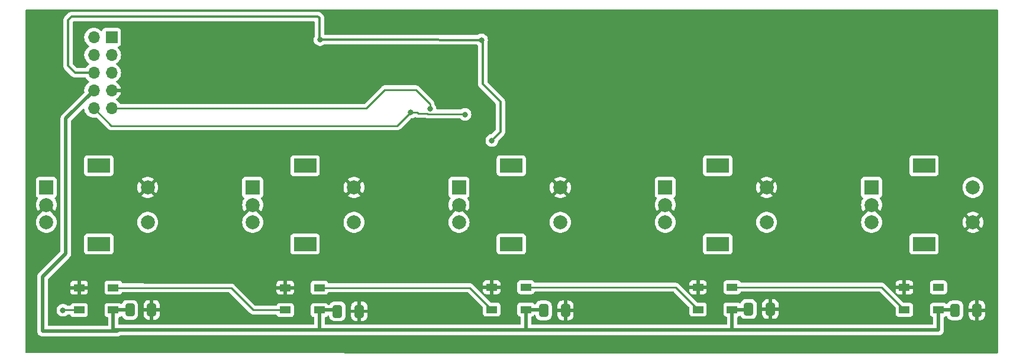
<source format=gtl>
%TF.GenerationSoftware,KiCad,Pcbnew,7.0.7*%
%TF.CreationDate,2024-03-19T10:01:58+01:00*%
%TF.ProjectId,Poly_UA_controller_5enc_5sw,506f6c79-5f55-4415-9f63-6f6e74726f6c,rev?*%
%TF.SameCoordinates,Original*%
%TF.FileFunction,Copper,L1,Top*%
%TF.FilePolarity,Positive*%
%FSLAX46Y46*%
G04 Gerber Fmt 4.6, Leading zero omitted, Abs format (unit mm)*
G04 Created by KiCad (PCBNEW 7.0.7) date 2024-03-19 10:01:58*
%MOMM*%
%LPD*%
G01*
G04 APERTURE LIST*
G04 Aperture macros list*
%AMRoundRect*
0 Rectangle with rounded corners*
0 $1 Rounding radius*
0 $2 $3 $4 $5 $6 $7 $8 $9 X,Y pos of 4 corners*
0 Add a 4 corners polygon primitive as box body*
4,1,4,$2,$3,$4,$5,$6,$7,$8,$9,$2,$3,0*
0 Add four circle primitives for the rounded corners*
1,1,$1+$1,$2,$3*
1,1,$1+$1,$4,$5*
1,1,$1+$1,$6,$7*
1,1,$1+$1,$8,$9*
0 Add four rect primitives between the rounded corners*
20,1,$1+$1,$2,$3,$4,$5,0*
20,1,$1+$1,$4,$5,$6,$7,0*
20,1,$1+$1,$6,$7,$8,$9,0*
20,1,$1+$1,$8,$9,$2,$3,0*%
G04 Aperture macros list end*
%TA.AperFunction,ComponentPad*%
%ADD10R,1.700000X1.700000*%
%TD*%
%TA.AperFunction,ComponentPad*%
%ADD11O,1.700000X1.700000*%
%TD*%
%TA.AperFunction,SMDPad,CuDef*%
%ADD12R,1.500000X1.000000*%
%TD*%
%TA.AperFunction,ComponentPad*%
%ADD13R,2.000000X2.000000*%
%TD*%
%TA.AperFunction,ComponentPad*%
%ADD14C,2.000000*%
%TD*%
%TA.AperFunction,ComponentPad*%
%ADD15R,3.200000X2.000000*%
%TD*%
%TA.AperFunction,SMDPad,CuDef*%
%ADD16RoundRect,0.250000X0.412500X0.650000X-0.412500X0.650000X-0.412500X-0.650000X0.412500X-0.650000X0*%
%TD*%
%TA.AperFunction,ViaPad*%
%ADD17C,0.800000*%
%TD*%
%TA.AperFunction,Conductor*%
%ADD18C,0.250000*%
%TD*%
%TA.AperFunction,Conductor*%
%ADD19C,0.350000*%
%TD*%
%TA.AperFunction,Conductor*%
%ADD20C,0.500000*%
%TD*%
G04 APERTURE END LIST*
D10*
%TO.P,J8_POLY1,1,Pin_1*%
%TO.N,MCP23017_IRQ*%
X126381000Y-18902600D03*
D11*
%TO.P,J8_POLY1,2,Pin_2*%
%TO.N,LED_DATA_IN*%
X123841000Y-18902600D03*
%TO.P,J8_POLY1,3,Pin_3*%
%TO.N,unconnected-(J8_POLY1-Pin_3-Pad3)*%
X126381000Y-21442600D03*
%TO.P,J8_POLY1,4,Pin_4*%
%TO.N,unconnected-(J8_POLY1-Pin_4-Pad4)*%
X123841000Y-21442600D03*
%TO.P,J8_POLY1,5,Pin_5*%
%TO.N,unconnected-(J8_POLY1-Pin_5-Pad5)*%
X126381000Y-23982600D03*
%TO.P,J8_POLY1,6,Pin_6*%
%TO.N,VCC*%
X123841000Y-23982600D03*
%TO.P,J8_POLY1,7,Pin_7*%
%TO.N,GND*%
X126381000Y-26522600D03*
%TO.P,J8_POLY1,8,Pin_8*%
%TO.N,LED_POWER*%
X123841000Y-26522600D03*
%TO.P,J8_POLY1,9,Pin_9*%
%TO.N,SCK*%
X126381000Y-29062600D03*
%TO.P,J8_POLY1,10,Pin_10*%
%TO.N,SDA*%
X123841000Y-29062600D03*
%TD*%
D12*
%TO.P,D5,1,VSS*%
%TO.N,GND*%
X210294050Y-54686600D03*
%TO.P,D5,2,DIN*%
%TO.N,Net-(D4-DOUT)*%
X210294050Y-57886600D03*
%TO.P,D5,3,VDD*%
%TO.N,LED_POWER*%
X215194050Y-57886600D03*
%TO.P,D5,4,DOUT*%
%TO.N,Net-(D5-DOUT)*%
X215194050Y-54686600D03*
%TD*%
D13*
%TO.P,SW3,A,A*%
%TO.N,R3_A*%
X176097900Y-40400600D03*
D14*
%TO.P,SW3,B,B*%
%TO.N,R3_B*%
X176097900Y-45400600D03*
%TO.P,SW3,C,C*%
%TO.N,GND*%
X176097900Y-42900600D03*
D15*
%TO.P,SW3,MP*%
%TO.N,N/C*%
X183597900Y-37300600D03*
X183597900Y-48500600D03*
D14*
%TO.P,SW3,S1,S1*%
%TO.N,SW_3*%
X190597900Y-45400600D03*
%TO.P,SW3,S2,S2*%
%TO.N,GND*%
X190597900Y-40400600D03*
%TD*%
D12*
%TO.P,D6,1,VSS*%
%TO.N,GND*%
X239829000Y-54737000D03*
%TO.P,D6,2,DIN*%
%TO.N,Net-(D5-DOUT)*%
X239829000Y-57937000D03*
%TO.P,D6,3,VDD*%
%TO.N,LED_POWER*%
X244729000Y-57937000D03*
%TO.P,D6,4,DOUT*%
%TO.N,unconnected-(D6-DOUT-Pad4)*%
X244729000Y-54737000D03*
%TD*%
D13*
%TO.P,SW2,A,A*%
%TO.N,R2_A*%
X146576750Y-40400600D03*
D14*
%TO.P,SW2,B,B*%
%TO.N,R2_B*%
X146576750Y-45400600D03*
%TO.P,SW2,C,C*%
%TO.N,GND*%
X146576750Y-42900600D03*
D15*
%TO.P,SW2,MP*%
%TO.N,N/C*%
X154076750Y-37300600D03*
X154076750Y-48500600D03*
D14*
%TO.P,SW2,S1,S1*%
%TO.N,SW_2*%
X161076750Y-45400600D03*
%TO.P,SW2,S2,S2*%
%TO.N,GND*%
X161076750Y-40400600D03*
%TD*%
D16*
%TO.P,C4,1*%
%TO.N,GND*%
X132131600Y-57937400D03*
%TO.P,C4,2*%
%TO.N,LED_POWER*%
X129006600Y-57937400D03*
%TD*%
%TO.P,C2,1*%
%TO.N,GND*%
X250216200Y-58013600D03*
%TO.P,C2,2*%
%TO.N,LED_POWER*%
X247091200Y-58013600D03*
%TD*%
D12*
%TO.P,D4,1,VSS*%
%TO.N,GND*%
X180772900Y-54686600D03*
%TO.P,D4,2,DIN*%
%TO.N,Net-(D3-DOUT)*%
X180772900Y-57886600D03*
%TO.P,D4,3,VDD*%
%TO.N,LED_POWER*%
X185672900Y-57886600D03*
%TO.P,D4,4,DOUT*%
%TO.N,Net-(D4-DOUT)*%
X185672900Y-54686600D03*
%TD*%
D16*
%TO.P,C6,1*%
%TO.N,GND*%
X191339000Y-58013600D03*
%TO.P,C6,2*%
%TO.N,LED_POWER*%
X188214000Y-58013600D03*
%TD*%
%TO.P,C5,1*%
%TO.N,GND*%
X161823400Y-58140600D03*
%TO.P,C5,2*%
%TO.N,LED_POWER*%
X158698400Y-58140600D03*
%TD*%
D12*
%TO.P,D3,1,VSS*%
%TO.N,GND*%
X151251750Y-54762800D03*
%TO.P,D3,2,DIN*%
%TO.N,Net-(D1-DOUT)*%
X151251750Y-57962800D03*
%TO.P,D3,3,VDD*%
%TO.N,LED_POWER*%
X156151750Y-57962800D03*
%TO.P,D3,4,DOUT*%
%TO.N,Net-(D3-DOUT)*%
X156151750Y-54762800D03*
%TD*%
%TO.P,D1,1,VSS*%
%TO.N,GND*%
X121730600Y-54762800D03*
%TO.P,D1,2,DIN*%
%TO.N,LED_DATA_IN*%
X121730600Y-57962800D03*
%TO.P,D1,3,VDD*%
%TO.N,LED_POWER*%
X126630600Y-57962800D03*
%TO.P,D1,4,DOUT*%
%TO.N,Net-(D1-DOUT)*%
X126630600Y-54762800D03*
%TD*%
D16*
%TO.P,C1,1*%
%TO.N,GND*%
X220649800Y-57835800D03*
%TO.P,C1,2*%
%TO.N,LED_POWER*%
X217524800Y-57835800D03*
%TD*%
D13*
%TO.P,SW5,A,A*%
%TO.N,R5_A*%
X235140200Y-40400600D03*
D14*
%TO.P,SW5,B,B*%
%TO.N,R5_B*%
X235140200Y-45400600D03*
%TO.P,SW5,C,C*%
%TO.N,GND*%
X235140200Y-42900600D03*
D15*
%TO.P,SW5,MP*%
%TO.N,N/C*%
X242640200Y-37300600D03*
X242640200Y-48500600D03*
D14*
%TO.P,SW5,S1,S1*%
%TO.N,GND*%
X249640200Y-45400600D03*
%TO.P,SW5,S2,S2*%
%TO.N,SW_5*%
X249640200Y-40400600D03*
%TD*%
D13*
%TO.P,SW1,A,A*%
%TO.N,R1_A*%
X117055600Y-40400600D03*
D14*
%TO.P,SW1,B,B*%
%TO.N,R1_B*%
X117055600Y-45400600D03*
%TO.P,SW1,C,C*%
%TO.N,GND*%
X117055600Y-42900600D03*
D15*
%TO.P,SW1,MP*%
%TO.N,N/C*%
X124555600Y-37300600D03*
X124555600Y-48500600D03*
D14*
%TO.P,SW1,S1,S1*%
%TO.N,SW_1*%
X131555600Y-45400600D03*
%TO.P,SW1,S2,S2*%
%TO.N,GND*%
X131555600Y-40400600D03*
%TD*%
D13*
%TO.P,SW4,A,A*%
%TO.N,R4_A*%
X205619050Y-40400600D03*
D14*
%TO.P,SW4,B,B*%
%TO.N,R4_B*%
X205619050Y-45400600D03*
%TO.P,SW4,C,C*%
%TO.N,GND*%
X205619050Y-42900600D03*
D15*
%TO.P,SW4,MP*%
%TO.N,N/C*%
X213119050Y-37300600D03*
X213119050Y-48500600D03*
D14*
%TO.P,SW4,S1,S1*%
%TO.N,SW_4*%
X220119050Y-45400600D03*
%TO.P,SW4,S2,S2*%
%TO.N,GND*%
X220119050Y-40400600D03*
%TD*%
D17*
%TO.N,GND*%
X143673400Y-26416000D03*
X147889800Y-26670000D03*
X153757200Y-27355800D03*
X217460400Y-17475200D03*
X230744600Y-26162000D03*
X203084000Y-36753800D03*
X200544000Y-43586400D03*
X194981400Y-49936400D03*
X134707200Y-35077400D03*
X140320600Y-34086800D03*
X140041200Y-47447200D03*
X118298800Y-27127200D03*
X117155800Y-17805400D03*
X139177600Y-17373600D03*
X168895600Y-17272000D03*
X148397800Y-18567400D03*
%TO.N,LED_DATA_IN*%
X119416400Y-57988200D03*
%TO.N,VCC*%
X179335000Y-19278600D03*
X156221000Y-19253200D03*
X180797200Y-33680400D03*
%TO.N,SDA*%
X176961800Y-29946600D03*
X169200400Y-29616400D03*
%TO.N,SCK*%
X171958000Y-29159200D03*
%TD*%
D18*
%TO.N,SDA*%
X167244600Y-31572200D02*
X169200400Y-29616400D01*
X126350600Y-31572200D02*
X167244600Y-31572200D01*
X123841000Y-29062600D02*
X126350600Y-31572200D01*
%TO.N,SCK*%
X171958000Y-28437000D02*
X171958000Y-29159200D01*
X169937000Y-26416000D02*
X171958000Y-28437000D01*
X162845400Y-29062600D02*
X165492000Y-26416000D01*
X126381000Y-29062600D02*
X162845400Y-29062600D01*
X165492000Y-26416000D02*
X169937000Y-26416000D01*
D19*
%TO.N,VCC*%
X179512800Y-19456400D02*
X179335000Y-19278600D01*
X179512800Y-25614200D02*
X179512800Y-19456400D01*
X182016400Y-32461200D02*
X182016400Y-28117800D01*
X180797200Y-33680400D02*
X182016400Y-32461200D01*
X182016400Y-28117800D02*
X179512800Y-25614200D01*
X120661000Y-15925800D02*
X155916200Y-15925800D01*
X156119400Y-16129000D02*
X156119400Y-19151600D01*
X120153000Y-16433800D02*
X120661000Y-15925800D01*
X120153000Y-22961600D02*
X120153000Y-16433800D01*
X121174000Y-23982600D02*
X120153000Y-22961600D01*
X155916200Y-15925800D02*
X156119400Y-16129000D01*
X123841000Y-23982600D02*
X121174000Y-23982600D01*
X156119400Y-19151600D02*
X156221000Y-19253200D01*
D18*
%TO.N,LED_DATA_IN*%
X119391000Y-57962800D02*
X119289400Y-57962800D01*
X119416400Y-57988200D02*
X119391000Y-57962800D01*
X119441800Y-57962800D02*
X119416400Y-57988200D01*
D20*
%TO.N,LED_POWER*%
X127188800Y-60985400D02*
X127341200Y-60833000D01*
X116495400Y-60985400D02*
X127188800Y-60985400D01*
X116495400Y-53213000D02*
X116495400Y-60985400D01*
X119848200Y-49860200D02*
X116495400Y-53213000D01*
X119848200Y-30515400D02*
X119848200Y-49860200D01*
X123841000Y-26522600D02*
X119848200Y-30515400D01*
X127341200Y-60833000D02*
X156032200Y-60833000D01*
X126644400Y-60833000D02*
X127341200Y-60833000D01*
%TO.N,GND*%
X239662400Y-54610000D02*
X239815200Y-54762800D01*
X210115850Y-54584600D02*
X210294050Y-54762800D01*
%TO.N,LED_POWER*%
X128981200Y-57962800D02*
X129006600Y-57937400D01*
X244729000Y-60833000D02*
X244729000Y-57937000D01*
X244729000Y-57937000D02*
X247014600Y-57937000D01*
X217525600Y-60833000D02*
X244729000Y-60833000D01*
X215194050Y-57886600D02*
X217474000Y-57886600D01*
X185801000Y-60833000D02*
X185672900Y-60704900D01*
X185672900Y-57886600D02*
X188087000Y-57886600D01*
X217474000Y-57886600D02*
X217524800Y-57835800D01*
X156032200Y-60833000D02*
X156151750Y-60713450D01*
X247014600Y-57937000D02*
X247091200Y-58013600D01*
X156032200Y-60833000D02*
X185801000Y-60833000D01*
X126630600Y-60819200D02*
X126630600Y-57962800D01*
X185801000Y-60833000D02*
X215214200Y-60833000D01*
X188087000Y-57886600D02*
X188214000Y-58013600D01*
X215214200Y-60833000D02*
X217525600Y-60833000D01*
X126644400Y-60833000D02*
X126630600Y-60819200D01*
X156151750Y-57962800D02*
X158520600Y-57962800D01*
X215194050Y-60812850D02*
X215194050Y-57886600D01*
X126630600Y-57962800D02*
X128981200Y-57962800D01*
X158520600Y-57962800D02*
X158698400Y-58140600D01*
X156151750Y-60713450D02*
X156151750Y-57962800D01*
X185672900Y-60704900D02*
X185672900Y-57886600D01*
X215214200Y-60833000D02*
X215194050Y-60812850D01*
D19*
%TO.N,VCC*%
X156221000Y-19253200D02*
X167244600Y-19202400D01*
X167244600Y-19202400D02*
X179335000Y-19278600D01*
X179335000Y-19278600D02*
X179335000Y-19329400D01*
D18*
%TO.N,LED_DATA_IN*%
X121730600Y-57962800D02*
X119441800Y-57962800D01*
%TO.N,Net-(D1-DOUT)*%
X146659600Y-57962800D02*
X151251750Y-57962800D01*
X126630600Y-54762800D02*
X130832673Y-54762800D01*
X130857673Y-54787800D02*
X143484600Y-54787800D01*
X143484600Y-54787800D02*
X146659600Y-57962800D01*
X130832673Y-54762800D02*
X130857673Y-54787800D01*
%TO.N,Net-(D3-DOUT)*%
X156151750Y-54762800D02*
X177649100Y-54762800D01*
X177649100Y-54762800D02*
X180772900Y-57886600D01*
%TO.N,Net-(D4-DOUT)*%
X207094050Y-54686600D02*
X210294050Y-57886600D01*
X185672900Y-54686600D02*
X207094050Y-54686600D01*
%TO.N,Net-(D5-DOUT)*%
X215194050Y-54686600D02*
X236578600Y-54686600D01*
X236578600Y-54686600D02*
X239829000Y-57937000D01*
%TO.N,SDA*%
X171657695Y-29884200D02*
X176899400Y-29884200D01*
X176899400Y-29884200D02*
X176961800Y-29946600D01*
X170256200Y-29794200D02*
X171567695Y-29794200D01*
X169200400Y-29616400D02*
X170078400Y-29616400D01*
X170078400Y-29616400D02*
X170256200Y-29794200D01*
X171567695Y-29794200D02*
X171657695Y-29884200D01*
%TO.N,SCK*%
X171958000Y-29159200D02*
X171983400Y-29133800D01*
%TD*%
%TA.AperFunction,Conductor*%
%TO.N,GND*%
G36*
X253166139Y-14955385D02*
G01*
X253211894Y-15008189D01*
X253223100Y-15059700D01*
X253223100Y-64061300D01*
X253203415Y-64128339D01*
X253150611Y-64174094D01*
X253099100Y-64185300D01*
X205946966Y-64185300D01*
X114206204Y-64135067D01*
X114139175Y-64115346D01*
X114093449Y-64062517D01*
X114082272Y-64011195D01*
X114079917Y-61729529D01*
X114079194Y-61029335D01*
X115741069Y-61029335D01*
X115752195Y-61092438D01*
X115752718Y-61096005D01*
X115760158Y-61159649D01*
X115760161Y-61159664D01*
X115763994Y-61170195D01*
X115769586Y-61191064D01*
X115771533Y-61202108D01*
X115771534Y-61202110D01*
X115796910Y-61260938D01*
X115798242Y-61264290D01*
X115820162Y-61324516D01*
X115820163Y-61324517D01*
X115826086Y-61333523D01*
X115826324Y-61333884D01*
X115836579Y-61352904D01*
X115841020Y-61363199D01*
X115841024Y-61363206D01*
X115879291Y-61414607D01*
X115881360Y-61417562D01*
X115916570Y-61471096D01*
X115924730Y-61478795D01*
X115939090Y-61494931D01*
X115945790Y-61503930D01*
X115994884Y-61545125D01*
X115997579Y-61547524D01*
X116044179Y-61591490D01*
X116044180Y-61591490D01*
X116044182Y-61591492D01*
X116053889Y-61597096D01*
X116071595Y-61609494D01*
X116080186Y-61616702D01*
X116080187Y-61616702D01*
X116080189Y-61616704D01*
X116099859Y-61626582D01*
X116137476Y-61645473D01*
X116140612Y-61647165D01*
X116196119Y-61679212D01*
X116206863Y-61682428D01*
X116226944Y-61690406D01*
X116236967Y-61695440D01*
X116250397Y-61698623D01*
X116299329Y-61710221D01*
X116302787Y-61711146D01*
X116364190Y-61729530D01*
X116375378Y-61730181D01*
X116396772Y-61733314D01*
X116407679Y-61735900D01*
X116471759Y-61735900D01*
X116475359Y-61736004D01*
X116539335Y-61739731D01*
X116550376Y-61737784D01*
X116571909Y-61735900D01*
X127125095Y-61735900D01*
X127143065Y-61737209D01*
X127166823Y-61740689D01*
X127218868Y-61736135D01*
X127224270Y-61735900D01*
X127232504Y-61735900D01*
X127232509Y-61735900D01*
X127254622Y-61733315D01*
X127265076Y-61732093D01*
X127286943Y-61730180D01*
X127341597Y-61725399D01*
X127341605Y-61725396D01*
X127348666Y-61723939D01*
X127348678Y-61723998D01*
X127356043Y-61722365D01*
X127356029Y-61722306D01*
X127363046Y-61720641D01*
X127363055Y-61720641D01*
X127435223Y-61694374D01*
X127508134Y-61670214D01*
X127508143Y-61670207D01*
X127514682Y-61667160D01*
X127514708Y-61667216D01*
X127521490Y-61663932D01*
X127521463Y-61663878D01*
X127527906Y-61660640D01*
X127527917Y-61660637D01*
X127592083Y-61618434D01*
X127617881Y-61602522D01*
X127618791Y-61601961D01*
X127683887Y-61583500D01*
X155944479Y-61583500D01*
X155968495Y-61583500D01*
X155986465Y-61584809D01*
X156010223Y-61588289D01*
X156062268Y-61583735D01*
X156067670Y-61583500D01*
X185711655Y-61583500D01*
X185727944Y-61585164D01*
X185727950Y-61585105D01*
X185735139Y-61585734D01*
X185735143Y-61585733D01*
X185735144Y-61585734D01*
X185811917Y-61583500D01*
X215124861Y-61583500D01*
X215141146Y-61585163D01*
X215141152Y-61585104D01*
X215148340Y-61585733D01*
X215148343Y-61585732D01*
X215148344Y-61585733D01*
X215225098Y-61583500D01*
X217437879Y-61583500D01*
X244705359Y-61583500D01*
X244708959Y-61583604D01*
X244772935Y-61587331D01*
X244836064Y-61576198D01*
X244839606Y-61575679D01*
X244903255Y-61568241D01*
X244913782Y-61564408D01*
X244934672Y-61558811D01*
X244945711Y-61556865D01*
X245004555Y-61531482D01*
X245007876Y-61530161D01*
X245068117Y-61508237D01*
X245077488Y-61502072D01*
X245096506Y-61491818D01*
X245106804Y-61487377D01*
X245158233Y-61449087D01*
X245161128Y-61447060D01*
X245214696Y-61411830D01*
X245222391Y-61403672D01*
X245238534Y-61389306D01*
X245247530Y-61382610D01*
X245288751Y-61333482D01*
X245291090Y-61330855D01*
X245335092Y-61284218D01*
X245340700Y-61274502D01*
X245353093Y-61256803D01*
X245360302Y-61248214D01*
X245389080Y-61190909D01*
X245390741Y-61187826D01*
X245422812Y-61132281D01*
X245426029Y-61121533D01*
X245434006Y-61101455D01*
X245439040Y-61091433D01*
X245453822Y-61029059D01*
X245454744Y-61025617D01*
X245473130Y-60964210D01*
X245473781Y-60953018D01*
X245476917Y-60931617D01*
X245479499Y-60920725D01*
X245479500Y-60920721D01*
X245479500Y-60856640D01*
X245479605Y-60853034D01*
X245483331Y-60789065D01*
X245481384Y-60778021D01*
X245479500Y-60756490D01*
X245479500Y-59053976D01*
X245499185Y-58986937D01*
X245551989Y-58941182D01*
X245579135Y-58933736D01*
X245578932Y-58932876D01*
X245586479Y-58931092D01*
X245586481Y-58931091D01*
X245586483Y-58931091D01*
X245721331Y-58880796D01*
X245774743Y-58840811D01*
X245840206Y-58816394D01*
X245908479Y-58831245D01*
X245957885Y-58880650D01*
X245966759Y-58901072D01*
X245993816Y-58982724D01*
X245993886Y-58982933D01*
X245993887Y-58982936D01*
X246013537Y-59014793D01*
X246085988Y-59132256D01*
X246210044Y-59256312D01*
X246359366Y-59348414D01*
X246525903Y-59403599D01*
X246628691Y-59414100D01*
X247553708Y-59414099D01*
X247553716Y-59414098D01*
X247553719Y-59414098D01*
X247610002Y-59408348D01*
X247656497Y-59403599D01*
X247823034Y-59348414D01*
X247972356Y-59256312D01*
X248096412Y-59132256D01*
X248188514Y-58982934D01*
X248243699Y-58816397D01*
X248254200Y-58713609D01*
X248254200Y-58263600D01*
X249053701Y-58263600D01*
X249053701Y-58713586D01*
X249064194Y-58816297D01*
X249119341Y-58982719D01*
X249119343Y-58982724D01*
X249211384Y-59131945D01*
X249335354Y-59255915D01*
X249484575Y-59347956D01*
X249484580Y-59347958D01*
X249651002Y-59403105D01*
X249651009Y-59403106D01*
X249753719Y-59413599D01*
X249966199Y-59413599D01*
X249966200Y-59413598D01*
X249966200Y-58263600D01*
X250466200Y-58263600D01*
X250466200Y-59413599D01*
X250678672Y-59413599D01*
X250678686Y-59413598D01*
X250781397Y-59403105D01*
X250947819Y-59347958D01*
X250947824Y-59347956D01*
X251097045Y-59255915D01*
X251221015Y-59131945D01*
X251313056Y-58982724D01*
X251313058Y-58982719D01*
X251368205Y-58816297D01*
X251368206Y-58816290D01*
X251378699Y-58713586D01*
X251378700Y-58713573D01*
X251378700Y-58263600D01*
X250466200Y-58263600D01*
X249966200Y-58263600D01*
X249053701Y-58263600D01*
X248254200Y-58263600D01*
X248254199Y-57763600D01*
X249053700Y-57763600D01*
X249966200Y-57763600D01*
X249966200Y-57763599D01*
X250466199Y-57763599D01*
X250466200Y-57763600D01*
X251378699Y-57763600D01*
X251378699Y-57313628D01*
X251378698Y-57313613D01*
X251368205Y-57210902D01*
X251313058Y-57044480D01*
X251313056Y-57044475D01*
X251221015Y-56895254D01*
X251097045Y-56771284D01*
X250947824Y-56679243D01*
X250947819Y-56679241D01*
X250781397Y-56624094D01*
X250781390Y-56624093D01*
X250678686Y-56613600D01*
X250466200Y-56613600D01*
X250466199Y-57763599D01*
X249966200Y-57763599D01*
X249966200Y-56613600D01*
X249753729Y-56613600D01*
X249753712Y-56613601D01*
X249651002Y-56624094D01*
X249484580Y-56679241D01*
X249484575Y-56679243D01*
X249335354Y-56771284D01*
X249211384Y-56895254D01*
X249119343Y-57044475D01*
X249119341Y-57044480D01*
X249064194Y-57210902D01*
X249064193Y-57210909D01*
X249053700Y-57313613D01*
X249053700Y-57763600D01*
X248254199Y-57763600D01*
X248254199Y-57313592D01*
X248243699Y-57210803D01*
X248188514Y-57044266D01*
X248096412Y-56894944D01*
X247972356Y-56770888D01*
X247879588Y-56713668D01*
X247823036Y-56678787D01*
X247823031Y-56678785D01*
X247821562Y-56678298D01*
X247656497Y-56623601D01*
X247656495Y-56623600D01*
X247553710Y-56613100D01*
X246628698Y-56613100D01*
X246628680Y-56613101D01*
X246525903Y-56623600D01*
X246525900Y-56623601D01*
X246359368Y-56678785D01*
X246359363Y-56678787D01*
X246210042Y-56770889D01*
X246085989Y-56894942D01*
X246083928Y-56898284D01*
X246003269Y-57029055D01*
X246000567Y-57033435D01*
X245948619Y-57080159D01*
X245879657Y-57091382D01*
X245820717Y-57067604D01*
X245721335Y-56993206D01*
X245721328Y-56993202D01*
X245586482Y-56942908D01*
X245586483Y-56942908D01*
X245526883Y-56936501D01*
X245526881Y-56936500D01*
X245526873Y-56936500D01*
X245526864Y-56936500D01*
X243931129Y-56936500D01*
X243931123Y-56936501D01*
X243871516Y-56942908D01*
X243736671Y-56993202D01*
X243736664Y-56993206D01*
X243621455Y-57079452D01*
X243621452Y-57079455D01*
X243535206Y-57194664D01*
X243535202Y-57194671D01*
X243484908Y-57329517D01*
X243478501Y-57389116D01*
X243478501Y-57389123D01*
X243478500Y-57389135D01*
X243478500Y-58484870D01*
X243478501Y-58484876D01*
X243484908Y-58544483D01*
X243535202Y-58679328D01*
X243535206Y-58679335D01*
X243621452Y-58794544D01*
X243621455Y-58794547D01*
X243736664Y-58880793D01*
X243736671Y-58880797D01*
X243871517Y-58931091D01*
X243879062Y-58932874D01*
X243878523Y-58935151D01*
X243932287Y-58957408D01*
X243972147Y-59014793D01*
X243978500Y-59053975D01*
X243978500Y-59958500D01*
X243958815Y-60025539D01*
X243906011Y-60071294D01*
X243854500Y-60082500D01*
X216068550Y-60082500D01*
X216001511Y-60062815D01*
X215955756Y-60010011D01*
X215944550Y-59958500D01*
X215944550Y-59003576D01*
X215964235Y-58936537D01*
X216017039Y-58890782D01*
X216044185Y-58883336D01*
X216043982Y-58882476D01*
X216051529Y-58880692D01*
X216051531Y-58880691D01*
X216051533Y-58880691D01*
X216186381Y-58830396D01*
X216253365Y-58780251D01*
X216318828Y-58755834D01*
X216387102Y-58770685D01*
X216433214Y-58814421D01*
X216443066Y-58830393D01*
X216512766Y-58943397D01*
X216519588Y-58954456D01*
X216643644Y-59078512D01*
X216792966Y-59170614D01*
X216959503Y-59225799D01*
X217062291Y-59236300D01*
X217987308Y-59236299D01*
X217987316Y-59236298D01*
X217987319Y-59236298D01*
X218043602Y-59230548D01*
X218090097Y-59225799D01*
X218256634Y-59170614D01*
X218405956Y-59078512D01*
X218530012Y-58954456D01*
X218622114Y-58805134D01*
X218677299Y-58638597D01*
X218687800Y-58535809D01*
X218687800Y-58085800D01*
X219487301Y-58085800D01*
X219487301Y-58535786D01*
X219497794Y-58638497D01*
X219552941Y-58804919D01*
X219552943Y-58804924D01*
X219644984Y-58954145D01*
X219768954Y-59078115D01*
X219918175Y-59170156D01*
X219918180Y-59170158D01*
X220084602Y-59225305D01*
X220084609Y-59225306D01*
X220187319Y-59235799D01*
X220399799Y-59235799D01*
X220399800Y-59235798D01*
X220899799Y-59235798D01*
X220899800Y-59235799D01*
X221112272Y-59235799D01*
X221112286Y-59235798D01*
X221214997Y-59225305D01*
X221381419Y-59170158D01*
X221381424Y-59170156D01*
X221530645Y-59078115D01*
X221654615Y-58954145D01*
X221746656Y-58804924D01*
X221746658Y-58804919D01*
X221801805Y-58638497D01*
X221801806Y-58638490D01*
X221812299Y-58535786D01*
X221812300Y-58535773D01*
X221812300Y-58085800D01*
X220899800Y-58085800D01*
X220899799Y-59235798D01*
X220399800Y-59235798D01*
X220399800Y-58085800D01*
X219487301Y-58085800D01*
X218687800Y-58085800D01*
X218687799Y-57585800D01*
X219487300Y-57585800D01*
X220399800Y-57585800D01*
X220399800Y-56435800D01*
X220899800Y-56435800D01*
X220899800Y-57585800D01*
X221812299Y-57585800D01*
X221812299Y-57135828D01*
X221812298Y-57135813D01*
X221801805Y-57033102D01*
X221746658Y-56866680D01*
X221746656Y-56866675D01*
X221654615Y-56717454D01*
X221530645Y-56593484D01*
X221381424Y-56501443D01*
X221381419Y-56501441D01*
X221214997Y-56446294D01*
X221214990Y-56446293D01*
X221112286Y-56435800D01*
X220899800Y-56435800D01*
X220399800Y-56435800D01*
X220187329Y-56435800D01*
X220187312Y-56435801D01*
X220084602Y-56446294D01*
X219918180Y-56501441D01*
X219918175Y-56501443D01*
X219768954Y-56593484D01*
X219644984Y-56717454D01*
X219552943Y-56866675D01*
X219552941Y-56866680D01*
X219497794Y-57033102D01*
X219497793Y-57033109D01*
X219487300Y-57135813D01*
X219487300Y-57585800D01*
X218687799Y-57585800D01*
X218687799Y-57135792D01*
X218683262Y-57091382D01*
X218677299Y-57033003D01*
X218677298Y-57033000D01*
X218672660Y-57019004D01*
X218622114Y-56866466D01*
X218530012Y-56717144D01*
X218405956Y-56593088D01*
X218256634Y-56500986D01*
X218090097Y-56445801D01*
X218090095Y-56445800D01*
X217987310Y-56435300D01*
X217062298Y-56435300D01*
X217062280Y-56435301D01*
X216959503Y-56445800D01*
X216959500Y-56445801D01*
X216792968Y-56500985D01*
X216792963Y-56500987D01*
X216643642Y-56593089D01*
X216519589Y-56717142D01*
X216427487Y-56866463D01*
X216427483Y-56866472D01*
X216413460Y-56908791D01*
X216373687Y-56966235D01*
X216309170Y-56993057D01*
X216240395Y-56980741D01*
X216221444Y-56969052D01*
X216186381Y-56942804D01*
X216186378Y-56942802D01*
X216051532Y-56892508D01*
X216051533Y-56892508D01*
X215991933Y-56886101D01*
X215991931Y-56886100D01*
X215991923Y-56886100D01*
X215991914Y-56886100D01*
X214396179Y-56886100D01*
X214396173Y-56886101D01*
X214336566Y-56892508D01*
X214201721Y-56942802D01*
X214201714Y-56942806D01*
X214086505Y-57029052D01*
X214086502Y-57029055D01*
X214000256Y-57144264D01*
X214000252Y-57144271D01*
X213949958Y-57279117D01*
X213943649Y-57337803D01*
X213943551Y-57338723D01*
X213943550Y-57338735D01*
X213943550Y-58434470D01*
X213943551Y-58434476D01*
X213949958Y-58494083D01*
X214000252Y-58628928D01*
X214000256Y-58628935D01*
X214086502Y-58744144D01*
X214086505Y-58744147D01*
X214201714Y-58830393D01*
X214201721Y-58830397D01*
X214336567Y-58880691D01*
X214344112Y-58882474D01*
X214343573Y-58884751D01*
X214397337Y-58907008D01*
X214437197Y-58964393D01*
X214443550Y-59003575D01*
X214443550Y-59958500D01*
X214423865Y-60025539D01*
X214371061Y-60071294D01*
X214319550Y-60082500D01*
X186547400Y-60082500D01*
X186480361Y-60062815D01*
X186434606Y-60010011D01*
X186423400Y-59958500D01*
X186423400Y-59003576D01*
X186443085Y-58936537D01*
X186495889Y-58890782D01*
X186523035Y-58883336D01*
X186522832Y-58882476D01*
X186530379Y-58880692D01*
X186530381Y-58880691D01*
X186530383Y-58880691D01*
X186665231Y-58830396D01*
X186780446Y-58744146D01*
X186809655Y-58705128D01*
X186823385Y-58686788D01*
X186879319Y-58644918D01*
X186922651Y-58637100D01*
X186931207Y-58637100D01*
X186998246Y-58656785D01*
X187044001Y-58709589D01*
X187054565Y-58748499D01*
X187061501Y-58816398D01*
X187116685Y-58982931D01*
X187116687Y-58982936D01*
X187136337Y-59014793D01*
X187208788Y-59132256D01*
X187332844Y-59256312D01*
X187482166Y-59348414D01*
X187648703Y-59403599D01*
X187751491Y-59414100D01*
X188676508Y-59414099D01*
X188676516Y-59414098D01*
X188676519Y-59414098D01*
X188732802Y-59408348D01*
X188779297Y-59403599D01*
X188945834Y-59348414D01*
X189095156Y-59256312D01*
X189219212Y-59132256D01*
X189311314Y-58982934D01*
X189366499Y-58816397D01*
X189377000Y-58713609D01*
X189377000Y-58263600D01*
X190176501Y-58263600D01*
X190176501Y-58713586D01*
X190186994Y-58816297D01*
X190242141Y-58982719D01*
X190242143Y-58982724D01*
X190334184Y-59131945D01*
X190458154Y-59255915D01*
X190607375Y-59347956D01*
X190607380Y-59347958D01*
X190773802Y-59403105D01*
X190773809Y-59403106D01*
X190876519Y-59413599D01*
X191088999Y-59413599D01*
X191089000Y-59413598D01*
X191089000Y-58263600D01*
X191589000Y-58263600D01*
X191589000Y-59413599D01*
X191801472Y-59413599D01*
X191801486Y-59413598D01*
X191904197Y-59403105D01*
X192070619Y-59347958D01*
X192070624Y-59347956D01*
X192219845Y-59255915D01*
X192343815Y-59131945D01*
X192435856Y-58982724D01*
X192435858Y-58982719D01*
X192491005Y-58816297D01*
X192491006Y-58816290D01*
X192501499Y-58713586D01*
X192501500Y-58713573D01*
X192501500Y-58263600D01*
X191589000Y-58263600D01*
X191089000Y-58263600D01*
X190176501Y-58263600D01*
X189377000Y-58263600D01*
X189376999Y-57763600D01*
X190176500Y-57763600D01*
X191089000Y-57763600D01*
X191089000Y-56613600D01*
X191589000Y-56613600D01*
X191589000Y-57763600D01*
X192501499Y-57763600D01*
X192501499Y-57313628D01*
X192501498Y-57313613D01*
X192491005Y-57210902D01*
X192435858Y-57044480D01*
X192435856Y-57044475D01*
X192343815Y-56895254D01*
X192219845Y-56771284D01*
X192070624Y-56679243D01*
X192070619Y-56679241D01*
X191904197Y-56624094D01*
X191904190Y-56624093D01*
X191801486Y-56613600D01*
X191589000Y-56613600D01*
X191089000Y-56613600D01*
X190876529Y-56613600D01*
X190876512Y-56613601D01*
X190773802Y-56624094D01*
X190607380Y-56679241D01*
X190607375Y-56679243D01*
X190458154Y-56771284D01*
X190334184Y-56895254D01*
X190242143Y-57044475D01*
X190242141Y-57044480D01*
X190186994Y-57210902D01*
X190186993Y-57210909D01*
X190176500Y-57313613D01*
X190176500Y-57763600D01*
X189376999Y-57763600D01*
X189376999Y-57313592D01*
X189366499Y-57210803D01*
X189311314Y-57044266D01*
X189219212Y-56894944D01*
X189095156Y-56770888D01*
X189002388Y-56713669D01*
X188945836Y-56678787D01*
X188945831Y-56678785D01*
X188944362Y-56678298D01*
X188779297Y-56623601D01*
X188779295Y-56623600D01*
X188676510Y-56613100D01*
X187751498Y-56613100D01*
X187751480Y-56613101D01*
X187648703Y-56623600D01*
X187648700Y-56623601D01*
X187482168Y-56678785D01*
X187482163Y-56678787D01*
X187332842Y-56770889D01*
X187208789Y-56894942D01*
X187116687Y-57044263D01*
X187116682Y-57044275D01*
X187114418Y-57051108D01*
X187074644Y-57108552D01*
X187010127Y-57135372D01*
X186996714Y-57136100D01*
X186922651Y-57136100D01*
X186855612Y-57116415D01*
X186823385Y-57086412D01*
X186791834Y-57044266D01*
X186780446Y-57029054D01*
X186764586Y-57017181D01*
X186665235Y-56942806D01*
X186665228Y-56942802D01*
X186530382Y-56892508D01*
X186530383Y-56892508D01*
X186470783Y-56886101D01*
X186470781Y-56886100D01*
X186470773Y-56886100D01*
X186470764Y-56886100D01*
X184875029Y-56886100D01*
X184875023Y-56886101D01*
X184815416Y-56892508D01*
X184680571Y-56942802D01*
X184680564Y-56942806D01*
X184565355Y-57029052D01*
X184565352Y-57029055D01*
X184479106Y-57144264D01*
X184479102Y-57144271D01*
X184428808Y-57279117D01*
X184422499Y-57337803D01*
X184422401Y-57338723D01*
X184422400Y-57338735D01*
X184422400Y-58434470D01*
X184422401Y-58434476D01*
X184428808Y-58494083D01*
X184479102Y-58628928D01*
X184479106Y-58628935D01*
X184565352Y-58744144D01*
X184565355Y-58744147D01*
X184680564Y-58830393D01*
X184680571Y-58830397D01*
X184815417Y-58880691D01*
X184822962Y-58882474D01*
X184822423Y-58884751D01*
X184876187Y-58907008D01*
X184916047Y-58964393D01*
X184922400Y-59003575D01*
X184922400Y-59958500D01*
X184902715Y-60025539D01*
X184849911Y-60071294D01*
X184798400Y-60082500D01*
X157026250Y-60082500D01*
X156959211Y-60062815D01*
X156913456Y-60010011D01*
X156902250Y-59958500D01*
X156902250Y-59079776D01*
X156921935Y-59012737D01*
X156974739Y-58966982D01*
X157001885Y-58959536D01*
X157001682Y-58958676D01*
X157009229Y-58956892D01*
X157009231Y-58956891D01*
X157009233Y-58956891D01*
X157144081Y-58906596D01*
X157259296Y-58820346D01*
X157289311Y-58780252D01*
X157302235Y-58762988D01*
X157358169Y-58721118D01*
X157401501Y-58713300D01*
X157411401Y-58713300D01*
X157478440Y-58732985D01*
X157524195Y-58785789D01*
X157535401Y-58837300D01*
X157535401Y-58840618D01*
X157545900Y-58943396D01*
X157545901Y-58943399D01*
X157601015Y-59109719D01*
X157601086Y-59109934D01*
X157693188Y-59259256D01*
X157817244Y-59383312D01*
X157966566Y-59475414D01*
X158133103Y-59530599D01*
X158235891Y-59541100D01*
X159160908Y-59541099D01*
X159160916Y-59541098D01*
X159160919Y-59541098D01*
X159217202Y-59535348D01*
X159263697Y-59530599D01*
X159430234Y-59475414D01*
X159579556Y-59383312D01*
X159703612Y-59259256D01*
X159795714Y-59109934D01*
X159850899Y-58943397D01*
X159861400Y-58840609D01*
X159861400Y-58390600D01*
X160660901Y-58390600D01*
X160660901Y-58840586D01*
X160671394Y-58943297D01*
X160726541Y-59109719D01*
X160726543Y-59109724D01*
X160818584Y-59258945D01*
X160942554Y-59382915D01*
X161091775Y-59474956D01*
X161091780Y-59474958D01*
X161258202Y-59530105D01*
X161258209Y-59530106D01*
X161360919Y-59540599D01*
X161573399Y-59540599D01*
X161573400Y-59540598D01*
X161573400Y-58390600D01*
X162073400Y-58390600D01*
X162073400Y-59540599D01*
X162285872Y-59540599D01*
X162285886Y-59540598D01*
X162388597Y-59530105D01*
X162555019Y-59474958D01*
X162555024Y-59474956D01*
X162704245Y-59382915D01*
X162828215Y-59258945D01*
X162920256Y-59109724D01*
X162920258Y-59109719D01*
X162975405Y-58943297D01*
X162975406Y-58943290D01*
X162985899Y-58840586D01*
X162985900Y-58840573D01*
X162985900Y-58390600D01*
X162073400Y-58390600D01*
X161573400Y-58390600D01*
X160660901Y-58390600D01*
X159861400Y-58390600D01*
X159861399Y-57890600D01*
X160660900Y-57890600D01*
X161573400Y-57890600D01*
X161573400Y-56740600D01*
X162073400Y-56740600D01*
X162073400Y-57890600D01*
X162985899Y-57890600D01*
X162985899Y-57440628D01*
X162985898Y-57440613D01*
X162975405Y-57337902D01*
X162920258Y-57171480D01*
X162920256Y-57171475D01*
X162828215Y-57022254D01*
X162704245Y-56898284D01*
X162555024Y-56806243D01*
X162555019Y-56806241D01*
X162388597Y-56751094D01*
X162388590Y-56751093D01*
X162285886Y-56740600D01*
X162073400Y-56740600D01*
X161573400Y-56740600D01*
X161360929Y-56740600D01*
X161360912Y-56740601D01*
X161258202Y-56751094D01*
X161091780Y-56806241D01*
X161091775Y-56806243D01*
X160942554Y-56898284D01*
X160818584Y-57022254D01*
X160726543Y-57171475D01*
X160726541Y-57171480D01*
X160671394Y-57337902D01*
X160671393Y-57337909D01*
X160660900Y-57440613D01*
X160660900Y-57890600D01*
X159861399Y-57890600D01*
X159861399Y-57440592D01*
X159858777Y-57414929D01*
X159850899Y-57337803D01*
X159850898Y-57337800D01*
X159842873Y-57313581D01*
X159795714Y-57171266D01*
X159703612Y-57021944D01*
X159579556Y-56897888D01*
X159451745Y-56819054D01*
X159430236Y-56805787D01*
X159430231Y-56805785D01*
X159428762Y-56805298D01*
X159263697Y-56750601D01*
X159263695Y-56750600D01*
X159160910Y-56740100D01*
X158235898Y-56740100D01*
X158235880Y-56740101D01*
X158133103Y-56750600D01*
X158133100Y-56750601D01*
X157966568Y-56805785D01*
X157966563Y-56805787D01*
X157817242Y-56897889D01*
X157693189Y-57021942D01*
X157679414Y-57044275D01*
X157622777Y-57136100D01*
X157612108Y-57153397D01*
X157560160Y-57200121D01*
X157506569Y-57212300D01*
X157401501Y-57212300D01*
X157334462Y-57192615D01*
X157302235Y-57162612D01*
X157259298Y-57105257D01*
X157259296Y-57105254D01*
X157254211Y-57101447D01*
X157144085Y-57019006D01*
X157144078Y-57019002D01*
X157009232Y-56968708D01*
X157009233Y-56968708D01*
X156949633Y-56962301D01*
X156949631Y-56962300D01*
X156949623Y-56962300D01*
X156949614Y-56962300D01*
X155353879Y-56962300D01*
X155353873Y-56962301D01*
X155294266Y-56968708D01*
X155159421Y-57019002D01*
X155159414Y-57019006D01*
X155044205Y-57105252D01*
X155044202Y-57105255D01*
X154957956Y-57220464D01*
X154957952Y-57220471D01*
X154907658Y-57355317D01*
X154904023Y-57389135D01*
X154901251Y-57414923D01*
X154901250Y-57414935D01*
X154901250Y-58510670D01*
X154901251Y-58510676D01*
X154907658Y-58570283D01*
X154957952Y-58705128D01*
X154957956Y-58705135D01*
X155044202Y-58820344D01*
X155044205Y-58820347D01*
X155159414Y-58906593D01*
X155159421Y-58906597D01*
X155294267Y-58956891D01*
X155301812Y-58958674D01*
X155301273Y-58960951D01*
X155355037Y-58983208D01*
X155394897Y-59040593D01*
X155401250Y-59079775D01*
X155401250Y-59958500D01*
X155381565Y-60025539D01*
X155328761Y-60071294D01*
X155277250Y-60082500D01*
X127505100Y-60082500D01*
X127438061Y-60062815D01*
X127392306Y-60010011D01*
X127381100Y-59958500D01*
X127381100Y-59079776D01*
X127400785Y-59012737D01*
X127453589Y-58966982D01*
X127480735Y-58959536D01*
X127480532Y-58958676D01*
X127488079Y-58956892D01*
X127488081Y-58956891D01*
X127488083Y-58956891D01*
X127622931Y-58906596D01*
X127714482Y-58838060D01*
X127779946Y-58813643D01*
X127848219Y-58828494D01*
X127897625Y-58877899D01*
X127906498Y-58898321D01*
X127909283Y-58906727D01*
X127909287Y-58906736D01*
X127940542Y-58957408D01*
X128001388Y-59056056D01*
X128125444Y-59180112D01*
X128274766Y-59272214D01*
X128441303Y-59327399D01*
X128544091Y-59337900D01*
X129469108Y-59337899D01*
X129469116Y-59337898D01*
X129469119Y-59337898D01*
X129525402Y-59332148D01*
X129571897Y-59327399D01*
X129738434Y-59272214D01*
X129887756Y-59180112D01*
X130011812Y-59056056D01*
X130103914Y-58906734D01*
X130159099Y-58740197D01*
X130169600Y-58637409D01*
X130169600Y-58187400D01*
X130969101Y-58187400D01*
X130969101Y-58637386D01*
X130979594Y-58740097D01*
X131034741Y-58906519D01*
X131034743Y-58906524D01*
X131126784Y-59055745D01*
X131250754Y-59179715D01*
X131399975Y-59271756D01*
X131399980Y-59271758D01*
X131566402Y-59326905D01*
X131566409Y-59326906D01*
X131669119Y-59337399D01*
X131881599Y-59337399D01*
X131881600Y-59337398D01*
X131881600Y-58187400D01*
X132381600Y-58187400D01*
X132381600Y-59337399D01*
X132594072Y-59337399D01*
X132594086Y-59337398D01*
X132696797Y-59326905D01*
X132863219Y-59271758D01*
X132863224Y-59271756D01*
X133012445Y-59179715D01*
X133136415Y-59055745D01*
X133228456Y-58906524D01*
X133228458Y-58906519D01*
X133283605Y-58740097D01*
X133283606Y-58740090D01*
X133294099Y-58637386D01*
X133294100Y-58637373D01*
X133294100Y-58187400D01*
X132381600Y-58187400D01*
X131881600Y-58187400D01*
X130969101Y-58187400D01*
X130169600Y-58187400D01*
X130169599Y-57687399D01*
X130969099Y-57687399D01*
X130969100Y-57687400D01*
X131881600Y-57687400D01*
X131881600Y-56537400D01*
X132381600Y-56537400D01*
X132381600Y-57687400D01*
X133294098Y-57687400D01*
X133294099Y-57237428D01*
X133294098Y-57237413D01*
X133283605Y-57134702D01*
X133228458Y-56968280D01*
X133228456Y-56968275D01*
X133136415Y-56819054D01*
X133012445Y-56695084D01*
X132863224Y-56603043D01*
X132863219Y-56603041D01*
X132696797Y-56547894D01*
X132696790Y-56547893D01*
X132594086Y-56537400D01*
X132381600Y-56537400D01*
X131881600Y-56537400D01*
X131669129Y-56537400D01*
X131669112Y-56537401D01*
X131566402Y-56547894D01*
X131399980Y-56603041D01*
X131399975Y-56603043D01*
X131250754Y-56695084D01*
X131126784Y-56819054D01*
X131034743Y-56968275D01*
X131034741Y-56968280D01*
X130979594Y-57134702D01*
X130979593Y-57134709D01*
X130969100Y-57237413D01*
X130969100Y-57237426D01*
X130969099Y-57687399D01*
X130169599Y-57687399D01*
X130169599Y-57237392D01*
X130159099Y-57134603D01*
X130103914Y-56968066D01*
X130011812Y-56818744D01*
X129887756Y-56694688D01*
X129772503Y-56623600D01*
X129738436Y-56602587D01*
X129738431Y-56602585D01*
X129709771Y-56593088D01*
X129571897Y-56547401D01*
X129571895Y-56547400D01*
X129469110Y-56536900D01*
X128544098Y-56536900D01*
X128544080Y-56536901D01*
X128441303Y-56547400D01*
X128441300Y-56547401D01*
X128274768Y-56602585D01*
X128274763Y-56602587D01*
X128125442Y-56694689D01*
X128001389Y-56818742D01*
X127909287Y-56968063D01*
X127909283Y-56968072D01*
X127893010Y-57017181D01*
X127853237Y-57074625D01*
X127788721Y-57101447D01*
X127719945Y-57089131D01*
X127700994Y-57077442D01*
X127665816Y-57051108D01*
X127622931Y-57019004D01*
X127622929Y-57019003D01*
X127622928Y-57019002D01*
X127488082Y-56968708D01*
X127488083Y-56968708D01*
X127428483Y-56962301D01*
X127428481Y-56962300D01*
X127428473Y-56962300D01*
X127428464Y-56962300D01*
X125832729Y-56962300D01*
X125832723Y-56962301D01*
X125773116Y-56968708D01*
X125638271Y-57019002D01*
X125638264Y-57019006D01*
X125523055Y-57105252D01*
X125523052Y-57105255D01*
X125436806Y-57220464D01*
X125436802Y-57220471D01*
X125386508Y-57355317D01*
X125382873Y-57389135D01*
X125380101Y-57414923D01*
X125380100Y-57414935D01*
X125380100Y-58510670D01*
X125380101Y-58510676D01*
X125386508Y-58570283D01*
X125436802Y-58705128D01*
X125436806Y-58705135D01*
X125523052Y-58820344D01*
X125523055Y-58820347D01*
X125638264Y-58906593D01*
X125638271Y-58906597D01*
X125773117Y-58956891D01*
X125780662Y-58958674D01*
X125780124Y-58960950D01*
X125833889Y-58983210D01*
X125873747Y-59040596D01*
X125880099Y-59079775D01*
X125880100Y-60110900D01*
X125860416Y-60177939D01*
X125807612Y-60223694D01*
X125756100Y-60234900D01*
X117369900Y-60234900D01*
X117302861Y-60215215D01*
X117257106Y-60162411D01*
X117245900Y-60110900D01*
X117245900Y-57988200D01*
X118510940Y-57988200D01*
X118530726Y-58176456D01*
X118530727Y-58176459D01*
X118589218Y-58356477D01*
X118589221Y-58356484D01*
X118683867Y-58520416D01*
X118797205Y-58646290D01*
X118810529Y-58661088D01*
X118963665Y-58772348D01*
X118963670Y-58772351D01*
X119136592Y-58849342D01*
X119136597Y-58849344D01*
X119321754Y-58888700D01*
X119321755Y-58888700D01*
X119511044Y-58888700D01*
X119511046Y-58888700D01*
X119696203Y-58849344D01*
X119869130Y-58772351D01*
X120022271Y-58661088D01*
X120050868Y-58629327D01*
X120110355Y-58592679D01*
X120143018Y-58588300D01*
X120407133Y-58588300D01*
X120474172Y-58607985D01*
X120519927Y-58660789D01*
X120523315Y-58668966D01*
X120536803Y-58705130D01*
X120536806Y-58705135D01*
X120623052Y-58820344D01*
X120623055Y-58820347D01*
X120738264Y-58906593D01*
X120738271Y-58906597D01*
X120873117Y-58956891D01*
X120873116Y-58956891D01*
X120880044Y-58957635D01*
X120932727Y-58963300D01*
X122528472Y-58963299D01*
X122588083Y-58956891D01*
X122722931Y-58906596D01*
X122838146Y-58820346D01*
X122924396Y-58705131D01*
X122974691Y-58570283D01*
X122981100Y-58510673D01*
X122981099Y-57414928D01*
X122974691Y-57355317D01*
X122968506Y-57338735D01*
X122924397Y-57220471D01*
X122924393Y-57220464D01*
X122838147Y-57105255D01*
X122838144Y-57105252D01*
X122722935Y-57019006D01*
X122722928Y-57019002D01*
X122588082Y-56968708D01*
X122588083Y-56968708D01*
X122528483Y-56962301D01*
X122528481Y-56962300D01*
X122528473Y-56962300D01*
X122528464Y-56962300D01*
X120932729Y-56962300D01*
X120932723Y-56962301D01*
X120873116Y-56968708D01*
X120738271Y-57019002D01*
X120738264Y-57019006D01*
X120623055Y-57105252D01*
X120623052Y-57105255D01*
X120536806Y-57220464D01*
X120536803Y-57220469D01*
X120523315Y-57256634D01*
X120481443Y-57312567D01*
X120415979Y-57336984D01*
X120407133Y-57337300D01*
X120092825Y-57337300D01*
X120025786Y-57317615D01*
X120019940Y-57313618D01*
X119869134Y-57204051D01*
X119869129Y-57204048D01*
X119696207Y-57127057D01*
X119696202Y-57127055D01*
X119550400Y-57096065D01*
X119511046Y-57087700D01*
X119321754Y-57087700D01*
X119289297Y-57094598D01*
X119136597Y-57127055D01*
X119136592Y-57127057D01*
X118963670Y-57204048D01*
X118963665Y-57204051D01*
X118810529Y-57315311D01*
X118683866Y-57455985D01*
X118589221Y-57619915D01*
X118589218Y-57619922D01*
X118542535Y-57763599D01*
X118530726Y-57799944D01*
X118510940Y-57988200D01*
X117245900Y-57988200D01*
X117245899Y-55012800D01*
X120480600Y-55012800D01*
X120480600Y-55310644D01*
X120487001Y-55370172D01*
X120487003Y-55370179D01*
X120537245Y-55504886D01*
X120537249Y-55504893D01*
X120623409Y-55619987D01*
X120623412Y-55619990D01*
X120738506Y-55706150D01*
X120738513Y-55706154D01*
X120873220Y-55756396D01*
X120873227Y-55756398D01*
X120932755Y-55762799D01*
X120932772Y-55762800D01*
X121480600Y-55762800D01*
X121480600Y-55012800D01*
X121980600Y-55012800D01*
X121980600Y-55762800D01*
X122528428Y-55762800D01*
X122528444Y-55762799D01*
X122587972Y-55756398D01*
X122587979Y-55756396D01*
X122722686Y-55706154D01*
X122722693Y-55706150D01*
X122837787Y-55619990D01*
X122837790Y-55619987D01*
X122923950Y-55504893D01*
X122923954Y-55504886D01*
X122974196Y-55370179D01*
X122974198Y-55370172D01*
X122980596Y-55310670D01*
X125380100Y-55310670D01*
X125380101Y-55310676D01*
X125386508Y-55370283D01*
X125436802Y-55505128D01*
X125436806Y-55505135D01*
X125523052Y-55620344D01*
X125523055Y-55620347D01*
X125638264Y-55706593D01*
X125638271Y-55706597D01*
X125773117Y-55756891D01*
X125773116Y-55756891D01*
X125780044Y-55757635D01*
X125832727Y-55763300D01*
X127428472Y-55763299D01*
X127488083Y-55756891D01*
X127622931Y-55706596D01*
X127738146Y-55620346D01*
X127824396Y-55505131D01*
X127837884Y-55468966D01*
X127879757Y-55413033D01*
X127945221Y-55388616D01*
X127954067Y-55388300D01*
X130647136Y-55388300D01*
X130674052Y-55392131D01*
X130674071Y-55392016D01*
X130681401Y-55393177D01*
X130681731Y-55393224D01*
X130681771Y-55393235D01*
X130681773Y-55393235D01*
X130681777Y-55393237D01*
X130726044Y-55400248D01*
X130727792Y-55400525D01*
X130733512Y-55401709D01*
X130778654Y-55413300D01*
X130798689Y-55413300D01*
X130818087Y-55414826D01*
X130837867Y-55417959D01*
X130837868Y-55417960D01*
X130837868Y-55417959D01*
X130837869Y-55417960D01*
X130884256Y-55413575D01*
X130890095Y-55413300D01*
X143174148Y-55413300D01*
X143241187Y-55432985D01*
X143261828Y-55449618D01*
X144710493Y-56898284D01*
X146158797Y-58346588D01*
X146168622Y-58358851D01*
X146168843Y-58358669D01*
X146173814Y-58364678D01*
X146199817Y-58389095D01*
X146224235Y-58412026D01*
X146245129Y-58432920D01*
X146250611Y-58437173D01*
X146255043Y-58440957D01*
X146289018Y-58472862D01*
X146306576Y-58482514D01*
X146322833Y-58493193D01*
X146338664Y-58505473D01*
X146350704Y-58510683D01*
X146381433Y-58523982D01*
X146386677Y-58526550D01*
X146427508Y-58548997D01*
X146440123Y-58552235D01*
X146446905Y-58553977D01*
X146465319Y-58560281D01*
X146483704Y-58568238D01*
X146529757Y-58575532D01*
X146535426Y-58576706D01*
X146580581Y-58588300D01*
X146600616Y-58588300D01*
X146620013Y-58589826D01*
X146639796Y-58592960D01*
X146686183Y-58588575D01*
X146692022Y-58588300D01*
X149928283Y-58588300D01*
X149995322Y-58607985D01*
X150041077Y-58660789D01*
X150044465Y-58668966D01*
X150057953Y-58705130D01*
X150057956Y-58705135D01*
X150144202Y-58820344D01*
X150144205Y-58820347D01*
X150259414Y-58906593D01*
X150259421Y-58906597D01*
X150394267Y-58956891D01*
X150394266Y-58956891D01*
X150401194Y-58957635D01*
X150453877Y-58963300D01*
X152049622Y-58963299D01*
X152109233Y-58956891D01*
X152244081Y-58906596D01*
X152359296Y-58820346D01*
X152445546Y-58705131D01*
X152495841Y-58570283D01*
X152502250Y-58510673D01*
X152502249Y-57414928D01*
X152495841Y-57355317D01*
X152489656Y-57338735D01*
X152445547Y-57220471D01*
X152445543Y-57220464D01*
X152359297Y-57105255D01*
X152359294Y-57105252D01*
X152244085Y-57019006D01*
X152244078Y-57019002D01*
X152109232Y-56968708D01*
X152109233Y-56968708D01*
X152049633Y-56962301D01*
X152049631Y-56962300D01*
X152049623Y-56962300D01*
X152049614Y-56962300D01*
X150453879Y-56962300D01*
X150453873Y-56962301D01*
X150394266Y-56968708D01*
X150259421Y-57019002D01*
X150259414Y-57019006D01*
X150144205Y-57105252D01*
X150144202Y-57105255D01*
X150057956Y-57220464D01*
X150057953Y-57220469D01*
X150044465Y-57256634D01*
X150002593Y-57312567D01*
X149937129Y-57336984D01*
X149928283Y-57337300D01*
X146970052Y-57337300D01*
X146903013Y-57317615D01*
X146882371Y-57300981D01*
X144594191Y-55012800D01*
X150001750Y-55012800D01*
X150001750Y-55310644D01*
X150008151Y-55370172D01*
X150008153Y-55370179D01*
X150058395Y-55504886D01*
X150058399Y-55504893D01*
X150144559Y-55619987D01*
X150144562Y-55619990D01*
X150259656Y-55706150D01*
X150259663Y-55706154D01*
X150394370Y-55756396D01*
X150394377Y-55756398D01*
X150453905Y-55762799D01*
X150453922Y-55762800D01*
X151001750Y-55762800D01*
X151001750Y-55012800D01*
X151501750Y-55012800D01*
X151501750Y-55762800D01*
X152049578Y-55762800D01*
X152049594Y-55762799D01*
X152109122Y-55756398D01*
X152109129Y-55756396D01*
X152243836Y-55706154D01*
X152243843Y-55706150D01*
X152358937Y-55619990D01*
X152358940Y-55619987D01*
X152445100Y-55504893D01*
X152445104Y-55504886D01*
X152495346Y-55370179D01*
X152495348Y-55370172D01*
X152501746Y-55310670D01*
X154901250Y-55310670D01*
X154901251Y-55310676D01*
X154907658Y-55370283D01*
X154957952Y-55505128D01*
X154957956Y-55505135D01*
X155044202Y-55620344D01*
X155044205Y-55620347D01*
X155159414Y-55706593D01*
X155159421Y-55706597D01*
X155294267Y-55756891D01*
X155294266Y-55756891D01*
X155301194Y-55757635D01*
X155353877Y-55763300D01*
X156949622Y-55763299D01*
X157009233Y-55756891D01*
X157144081Y-55706596D01*
X157259296Y-55620346D01*
X157345546Y-55505131D01*
X157359034Y-55468966D01*
X157400907Y-55413033D01*
X157466371Y-55388616D01*
X157475217Y-55388300D01*
X177338648Y-55388300D01*
X177405687Y-55407985D01*
X177426329Y-55424619D01*
X179486081Y-57484371D01*
X179519566Y-57545694D01*
X179522400Y-57572052D01*
X179522400Y-58434470D01*
X179522401Y-58434476D01*
X179528808Y-58494083D01*
X179579102Y-58628928D01*
X179579106Y-58628935D01*
X179665352Y-58744144D01*
X179665355Y-58744147D01*
X179780564Y-58830393D01*
X179780571Y-58830397D01*
X179915417Y-58880691D01*
X179915416Y-58880691D01*
X179922344Y-58881435D01*
X179975027Y-58887100D01*
X181570772Y-58887099D01*
X181630383Y-58880691D01*
X181765231Y-58830396D01*
X181880446Y-58744146D01*
X181966696Y-58628931D01*
X182016991Y-58494083D01*
X182023400Y-58434473D01*
X182023399Y-57338728D01*
X182016991Y-57279117D01*
X182008605Y-57256634D01*
X181966697Y-57144271D01*
X181966693Y-57144264D01*
X181880447Y-57029055D01*
X181880444Y-57029052D01*
X181765235Y-56942806D01*
X181765228Y-56942802D01*
X181630382Y-56892508D01*
X181630383Y-56892508D01*
X181570783Y-56886101D01*
X181570781Y-56886100D01*
X181570773Y-56886100D01*
X181570765Y-56886100D01*
X180708353Y-56886100D01*
X180641314Y-56866415D01*
X180620672Y-56849781D01*
X178707491Y-54936600D01*
X179522900Y-54936600D01*
X179522900Y-55234444D01*
X179529301Y-55293972D01*
X179529303Y-55293979D01*
X179579545Y-55428686D01*
X179579549Y-55428693D01*
X179665709Y-55543787D01*
X179665712Y-55543790D01*
X179780806Y-55629950D01*
X179780813Y-55629954D01*
X179915520Y-55680196D01*
X179915527Y-55680198D01*
X179975055Y-55686599D01*
X179975072Y-55686600D01*
X180522900Y-55686600D01*
X180522900Y-54936600D01*
X181022900Y-54936600D01*
X181022900Y-55686600D01*
X181570728Y-55686600D01*
X181570744Y-55686599D01*
X181630272Y-55680198D01*
X181630279Y-55680196D01*
X181764986Y-55629954D01*
X181764993Y-55629950D01*
X181880087Y-55543790D01*
X181880090Y-55543787D01*
X181966250Y-55428693D01*
X181966254Y-55428686D01*
X182016496Y-55293979D01*
X182016498Y-55293972D01*
X182022896Y-55234470D01*
X184422400Y-55234470D01*
X184422401Y-55234476D01*
X184428808Y-55294083D01*
X184479102Y-55428928D01*
X184479106Y-55428935D01*
X184565352Y-55544144D01*
X184565355Y-55544147D01*
X184680564Y-55630393D01*
X184680571Y-55630397D01*
X184815417Y-55680691D01*
X184815416Y-55680691D01*
X184822344Y-55681435D01*
X184875027Y-55687100D01*
X186470772Y-55687099D01*
X186530383Y-55680691D01*
X186665231Y-55630396D01*
X186780446Y-55544146D01*
X186866696Y-55428931D01*
X186880014Y-55393224D01*
X186880185Y-55392766D01*
X186922057Y-55336833D01*
X186987521Y-55312416D01*
X186996367Y-55312100D01*
X206783598Y-55312100D01*
X206850637Y-55331785D01*
X206871279Y-55348419D01*
X209007231Y-57484371D01*
X209040716Y-57545694D01*
X209043550Y-57572052D01*
X209043550Y-58434470D01*
X209043551Y-58434476D01*
X209049958Y-58494083D01*
X209100252Y-58628928D01*
X209100256Y-58628935D01*
X209186502Y-58744144D01*
X209186505Y-58744147D01*
X209301714Y-58830393D01*
X209301721Y-58830397D01*
X209436567Y-58880691D01*
X209436566Y-58880691D01*
X209443494Y-58881435D01*
X209496177Y-58887100D01*
X211091922Y-58887099D01*
X211151533Y-58880691D01*
X211286381Y-58830396D01*
X211401596Y-58744146D01*
X211487846Y-58628931D01*
X211538141Y-58494083D01*
X211544550Y-58434473D01*
X211544549Y-57338728D01*
X211538141Y-57279117D01*
X211529755Y-57256634D01*
X211487847Y-57144271D01*
X211487843Y-57144264D01*
X211401597Y-57029055D01*
X211401594Y-57029052D01*
X211286385Y-56942806D01*
X211286378Y-56942802D01*
X211151532Y-56892508D01*
X211151533Y-56892508D01*
X211091933Y-56886101D01*
X211091931Y-56886100D01*
X211091923Y-56886100D01*
X211091915Y-56886100D01*
X210229503Y-56886100D01*
X210162464Y-56866415D01*
X210141822Y-56849781D01*
X208526468Y-55234427D01*
X209044049Y-55234427D01*
X209044050Y-55234444D01*
X209050451Y-55293972D01*
X209050453Y-55293979D01*
X209100695Y-55428686D01*
X209100699Y-55428693D01*
X209186859Y-55543787D01*
X209186862Y-55543790D01*
X209301956Y-55629950D01*
X209301963Y-55629954D01*
X209436670Y-55680196D01*
X209436677Y-55680198D01*
X209496205Y-55686599D01*
X209496222Y-55686600D01*
X210044050Y-55686600D01*
X210044050Y-54936600D01*
X210544050Y-54936600D01*
X210544050Y-55686600D01*
X211091878Y-55686600D01*
X211091894Y-55686599D01*
X211151422Y-55680198D01*
X211151429Y-55680196D01*
X211286136Y-55629954D01*
X211286143Y-55629950D01*
X211401237Y-55543790D01*
X211401240Y-55543787D01*
X211487400Y-55428693D01*
X211487404Y-55428686D01*
X211537646Y-55293979D01*
X211537648Y-55293972D01*
X211544046Y-55234470D01*
X213943550Y-55234470D01*
X213943551Y-55234476D01*
X213949958Y-55294083D01*
X214000252Y-55428928D01*
X214000256Y-55428935D01*
X214086502Y-55544144D01*
X214086505Y-55544147D01*
X214201714Y-55630393D01*
X214201721Y-55630397D01*
X214336567Y-55680691D01*
X214336566Y-55680691D01*
X214343494Y-55681435D01*
X214396177Y-55687100D01*
X215991922Y-55687099D01*
X216051533Y-55680691D01*
X216186381Y-55630396D01*
X216301596Y-55544146D01*
X216387846Y-55428931D01*
X216401164Y-55393224D01*
X216401335Y-55392766D01*
X216443207Y-55336833D01*
X216508671Y-55312416D01*
X216517517Y-55312100D01*
X236268148Y-55312100D01*
X236335187Y-55331785D01*
X236355829Y-55348419D01*
X238542181Y-57534771D01*
X238575666Y-57596094D01*
X238578500Y-57622452D01*
X238578500Y-58484870D01*
X238578501Y-58484876D01*
X238584908Y-58544483D01*
X238635202Y-58679328D01*
X238635206Y-58679335D01*
X238721452Y-58794544D01*
X238721455Y-58794547D01*
X238836664Y-58880793D01*
X238836671Y-58880797D01*
X238971517Y-58931091D01*
X238971516Y-58931091D01*
X238978444Y-58931835D01*
X239031127Y-58937500D01*
X240626872Y-58937499D01*
X240686483Y-58931091D01*
X240821331Y-58880796D01*
X240936546Y-58794546D01*
X241022796Y-58679331D01*
X241073091Y-58544483D01*
X241079500Y-58484873D01*
X241079499Y-57389128D01*
X241073091Y-57329517D01*
X241067159Y-57313613D01*
X241022797Y-57194671D01*
X241022793Y-57194664D01*
X240936547Y-57079455D01*
X240936544Y-57079452D01*
X240821335Y-56993206D01*
X240821328Y-56993202D01*
X240686482Y-56942908D01*
X240686483Y-56942908D01*
X240626883Y-56936501D01*
X240626881Y-56936500D01*
X240626873Y-56936500D01*
X240626865Y-56936500D01*
X239764452Y-56936500D01*
X239697413Y-56916815D01*
X239676771Y-56900181D01*
X237763591Y-54987000D01*
X238579000Y-54987000D01*
X238579000Y-55284844D01*
X238585401Y-55344372D01*
X238585403Y-55344379D01*
X238635645Y-55479086D01*
X238635649Y-55479093D01*
X238721809Y-55594187D01*
X238721812Y-55594190D01*
X238836906Y-55680350D01*
X238836913Y-55680354D01*
X238971620Y-55730596D01*
X238971627Y-55730598D01*
X239031155Y-55736999D01*
X239031172Y-55737000D01*
X239579000Y-55737000D01*
X239579000Y-54987000D01*
X240079000Y-54987000D01*
X240079000Y-55737000D01*
X240626828Y-55737000D01*
X240626844Y-55736999D01*
X240686372Y-55730598D01*
X240686379Y-55730596D01*
X240821086Y-55680354D01*
X240821093Y-55680350D01*
X240936187Y-55594190D01*
X240936190Y-55594187D01*
X241022350Y-55479093D01*
X241022354Y-55479086D01*
X241072596Y-55344379D01*
X241072598Y-55344372D01*
X241078996Y-55284870D01*
X243478500Y-55284870D01*
X243478501Y-55284876D01*
X243484908Y-55344483D01*
X243535202Y-55479328D01*
X243535206Y-55479335D01*
X243621452Y-55594544D01*
X243621455Y-55594547D01*
X243736664Y-55680793D01*
X243736671Y-55680797D01*
X243871517Y-55731091D01*
X243871516Y-55731091D01*
X243878444Y-55731835D01*
X243931127Y-55737500D01*
X245526872Y-55737499D01*
X245586483Y-55731091D01*
X245721331Y-55680796D01*
X245836546Y-55594546D01*
X245922796Y-55479331D01*
X245973091Y-55344483D01*
X245979500Y-55284873D01*
X245979499Y-54189128D01*
X245973091Y-54129517D01*
X245971562Y-54125418D01*
X245922797Y-53994671D01*
X245922793Y-53994664D01*
X245836547Y-53879455D01*
X245836544Y-53879452D01*
X245721335Y-53793206D01*
X245721328Y-53793202D01*
X245586482Y-53742908D01*
X245586483Y-53742908D01*
X245526883Y-53736501D01*
X245526881Y-53736500D01*
X245526873Y-53736500D01*
X245526864Y-53736500D01*
X243931129Y-53736500D01*
X243931123Y-53736501D01*
X243871516Y-53742908D01*
X243736671Y-53793202D01*
X243736664Y-53793206D01*
X243621455Y-53879452D01*
X243621452Y-53879455D01*
X243535206Y-53994664D01*
X243535202Y-53994671D01*
X243484908Y-54129517D01*
X243479227Y-54182362D01*
X243478501Y-54189123D01*
X243478500Y-54189135D01*
X243478500Y-55284870D01*
X241078996Y-55284870D01*
X241078999Y-55284844D01*
X241079000Y-55284827D01*
X241079000Y-54987000D01*
X240079000Y-54987000D01*
X239579000Y-54987000D01*
X238579000Y-54987000D01*
X237763591Y-54987000D01*
X237263591Y-54487000D01*
X238579000Y-54487000D01*
X239579000Y-54487000D01*
X239579000Y-53737000D01*
X240079000Y-53737000D01*
X240079000Y-54487000D01*
X241079000Y-54487000D01*
X241079000Y-54189172D01*
X241078999Y-54189155D01*
X241072598Y-54129627D01*
X241072596Y-54129620D01*
X241022354Y-53994913D01*
X241022350Y-53994906D01*
X240936190Y-53879812D01*
X240936187Y-53879809D01*
X240821093Y-53793649D01*
X240821086Y-53793645D01*
X240686379Y-53743403D01*
X240686372Y-53743401D01*
X240626844Y-53737000D01*
X240079000Y-53737000D01*
X239579000Y-53737000D01*
X239031155Y-53737000D01*
X238971627Y-53743401D01*
X238971620Y-53743403D01*
X238836913Y-53793645D01*
X238836906Y-53793649D01*
X238721812Y-53879809D01*
X238721809Y-53879812D01*
X238635649Y-53994906D01*
X238635645Y-53994913D01*
X238585403Y-54129620D01*
X238585401Y-54129627D01*
X238579000Y-54189155D01*
X238579000Y-54487000D01*
X237263591Y-54487000D01*
X237079403Y-54302812D01*
X237069580Y-54290550D01*
X237069359Y-54290734D01*
X237064386Y-54284723D01*
X237056946Y-54277736D01*
X237013964Y-54237373D01*
X237000639Y-54224048D01*
X236993075Y-54216483D01*
X236987586Y-54212225D01*
X236983161Y-54208447D01*
X236949182Y-54176538D01*
X236949180Y-54176536D01*
X236949177Y-54176535D01*
X236931629Y-54166888D01*
X236915363Y-54156204D01*
X236899536Y-54143927D01*
X236899535Y-54143926D01*
X236899533Y-54143925D01*
X236856768Y-54125418D01*
X236851522Y-54122848D01*
X236810693Y-54100403D01*
X236810692Y-54100402D01*
X236791293Y-54095422D01*
X236772881Y-54089118D01*
X236754498Y-54081162D01*
X236754492Y-54081160D01*
X236708474Y-54073872D01*
X236702752Y-54072687D01*
X236657621Y-54061100D01*
X236657619Y-54061100D01*
X236637584Y-54061100D01*
X236618186Y-54059573D01*
X236610762Y-54058397D01*
X236598405Y-54056440D01*
X236598404Y-54056440D01*
X236552016Y-54060825D01*
X236546178Y-54061100D01*
X216517517Y-54061100D01*
X216450478Y-54041415D01*
X216404723Y-53988611D01*
X216401335Y-53980434D01*
X216387846Y-53944269D01*
X216387843Y-53944264D01*
X216301597Y-53829055D01*
X216301594Y-53829052D01*
X216186385Y-53742806D01*
X216186378Y-53742802D01*
X216051532Y-53692508D01*
X216051533Y-53692508D01*
X215991933Y-53686101D01*
X215991931Y-53686100D01*
X215991923Y-53686100D01*
X215991914Y-53686100D01*
X214396179Y-53686100D01*
X214396173Y-53686101D01*
X214336566Y-53692508D01*
X214201721Y-53742802D01*
X214201714Y-53742806D01*
X214086505Y-53829052D01*
X214086502Y-53829055D01*
X214000256Y-53944264D01*
X214000252Y-53944271D01*
X213949958Y-54079117D01*
X213943551Y-54138716D01*
X213943550Y-54138735D01*
X213943550Y-55234470D01*
X211544046Y-55234470D01*
X211544049Y-55234444D01*
X211544049Y-55234427D01*
X211544050Y-54936600D01*
X210544050Y-54936600D01*
X210044050Y-54936600D01*
X209044050Y-54936600D01*
X209044049Y-55234427D01*
X208526468Y-55234427D01*
X207594853Y-54302812D01*
X207585030Y-54290550D01*
X207584809Y-54290734D01*
X207579836Y-54284723D01*
X207572396Y-54277736D01*
X207529414Y-54237373D01*
X207516089Y-54224048D01*
X207508525Y-54216483D01*
X207503036Y-54212225D01*
X207498611Y-54208447D01*
X207464632Y-54176538D01*
X207464630Y-54176536D01*
X207464627Y-54176535D01*
X207447079Y-54166888D01*
X207430813Y-54156204D01*
X207414986Y-54143927D01*
X207414985Y-54143926D01*
X207414983Y-54143925D01*
X207403076Y-54138772D01*
X209044049Y-54138772D01*
X209044050Y-54436599D01*
X209044050Y-54436600D01*
X210044050Y-54436600D01*
X210044050Y-53686600D01*
X210544050Y-53686600D01*
X210544050Y-54436600D01*
X211544050Y-54436600D01*
X211544049Y-54138772D01*
X211544049Y-54138755D01*
X211537648Y-54079227D01*
X211537646Y-54079220D01*
X211487404Y-53944513D01*
X211487400Y-53944506D01*
X211401240Y-53829412D01*
X211401237Y-53829409D01*
X211286143Y-53743249D01*
X211286136Y-53743245D01*
X211151429Y-53693003D01*
X211151422Y-53693001D01*
X211091894Y-53686600D01*
X210544050Y-53686600D01*
X210044050Y-53686600D01*
X209496205Y-53686600D01*
X209436677Y-53693001D01*
X209436670Y-53693003D01*
X209301963Y-53743245D01*
X209301956Y-53743249D01*
X209186862Y-53829409D01*
X209186859Y-53829412D01*
X209100699Y-53944506D01*
X209100695Y-53944513D01*
X209050453Y-54079220D01*
X209050451Y-54079227D01*
X209044050Y-54138755D01*
X209044049Y-54138772D01*
X207403076Y-54138772D01*
X207372218Y-54125418D01*
X207366972Y-54122848D01*
X207326143Y-54100403D01*
X207326142Y-54100402D01*
X207306743Y-54095422D01*
X207288331Y-54089118D01*
X207269948Y-54081162D01*
X207269942Y-54081160D01*
X207223924Y-54073872D01*
X207218202Y-54072687D01*
X207173071Y-54061100D01*
X207173069Y-54061100D01*
X207153034Y-54061100D01*
X207133636Y-54059573D01*
X207126212Y-54058397D01*
X207113855Y-54056440D01*
X207113854Y-54056440D01*
X207067466Y-54060825D01*
X207061628Y-54061100D01*
X186996367Y-54061100D01*
X186929328Y-54041415D01*
X186883573Y-53988611D01*
X186880185Y-53980434D01*
X186866696Y-53944269D01*
X186866693Y-53944264D01*
X186780447Y-53829055D01*
X186780444Y-53829052D01*
X186665235Y-53742806D01*
X186665228Y-53742802D01*
X186530382Y-53692508D01*
X186530383Y-53692508D01*
X186470783Y-53686101D01*
X186470781Y-53686100D01*
X186470773Y-53686100D01*
X186470764Y-53686100D01*
X184875029Y-53686100D01*
X184875023Y-53686101D01*
X184815416Y-53692508D01*
X184680571Y-53742802D01*
X184680564Y-53742806D01*
X184565355Y-53829052D01*
X184565352Y-53829055D01*
X184479106Y-53944264D01*
X184479102Y-53944271D01*
X184428808Y-54079117D01*
X184422401Y-54138716D01*
X184422400Y-54138735D01*
X184422400Y-55234470D01*
X182022896Y-55234470D01*
X182022899Y-55234444D01*
X182022900Y-55234427D01*
X182022900Y-54936600D01*
X181022900Y-54936600D01*
X180522900Y-54936600D01*
X179522900Y-54936600D01*
X178707491Y-54936600D01*
X178207491Y-54436600D01*
X179522900Y-54436600D01*
X180522900Y-54436600D01*
X180522900Y-53686600D01*
X181022900Y-53686600D01*
X181022900Y-54436600D01*
X182022900Y-54436600D01*
X182022900Y-54138772D01*
X182022899Y-54138755D01*
X182016498Y-54079227D01*
X182016496Y-54079220D01*
X181966254Y-53944513D01*
X181966250Y-53944506D01*
X181880090Y-53829412D01*
X181880087Y-53829409D01*
X181764993Y-53743249D01*
X181764986Y-53743245D01*
X181630279Y-53693003D01*
X181630272Y-53693001D01*
X181570744Y-53686600D01*
X181022900Y-53686600D01*
X180522900Y-53686600D01*
X179975055Y-53686600D01*
X179915527Y-53693001D01*
X179915520Y-53693003D01*
X179780813Y-53743245D01*
X179780806Y-53743249D01*
X179665712Y-53829409D01*
X179665709Y-53829412D01*
X179579549Y-53944506D01*
X179579545Y-53944513D01*
X179529303Y-54079220D01*
X179529301Y-54079227D01*
X179522900Y-54138755D01*
X179522900Y-54436600D01*
X178207491Y-54436600D01*
X178149903Y-54379012D01*
X178140080Y-54366750D01*
X178139859Y-54366934D01*
X178134886Y-54360923D01*
X178134885Y-54360922D01*
X178084464Y-54313573D01*
X178073703Y-54302812D01*
X178063575Y-54292683D01*
X178058086Y-54288425D01*
X178053661Y-54284647D01*
X178019682Y-54252738D01*
X178019680Y-54252736D01*
X178019677Y-54252735D01*
X178002129Y-54243088D01*
X177985863Y-54232404D01*
X177978404Y-54226618D01*
X177970036Y-54220127D01*
X177970035Y-54220126D01*
X177970033Y-54220125D01*
X177927268Y-54201618D01*
X177922022Y-54199048D01*
X177881193Y-54176603D01*
X177881192Y-54176602D01*
X177861793Y-54171622D01*
X177843381Y-54165318D01*
X177824998Y-54157362D01*
X177824992Y-54157360D01*
X177778974Y-54150072D01*
X177773252Y-54148887D01*
X177728121Y-54137300D01*
X177728119Y-54137300D01*
X177708084Y-54137300D01*
X177688686Y-54135773D01*
X177681262Y-54134597D01*
X177668905Y-54132640D01*
X177668904Y-54132640D01*
X177622516Y-54137025D01*
X177616678Y-54137300D01*
X157475217Y-54137300D01*
X157408178Y-54117615D01*
X157362423Y-54064811D01*
X157359035Y-54056634D01*
X157345546Y-54020469D01*
X157345543Y-54020464D01*
X157259297Y-53905255D01*
X157259294Y-53905252D01*
X157144085Y-53819006D01*
X157144078Y-53819002D01*
X157009232Y-53768708D01*
X157009233Y-53768708D01*
X156949633Y-53762301D01*
X156949631Y-53762300D01*
X156949623Y-53762300D01*
X156949614Y-53762300D01*
X155353879Y-53762300D01*
X155353873Y-53762301D01*
X155294266Y-53768708D01*
X155159421Y-53819002D01*
X155159414Y-53819006D01*
X155044205Y-53905252D01*
X155044202Y-53905255D01*
X154957956Y-54020464D01*
X154957952Y-54020471D01*
X154907658Y-54155317D01*
X154901251Y-54214916D01*
X154901250Y-54214935D01*
X154901250Y-55310670D01*
X152501746Y-55310670D01*
X152501749Y-55310644D01*
X152501750Y-55310627D01*
X152501750Y-55012800D01*
X151501750Y-55012800D01*
X151001750Y-55012800D01*
X150001750Y-55012800D01*
X144594191Y-55012800D01*
X144094191Y-54512800D01*
X150001750Y-54512800D01*
X151001750Y-54512800D01*
X151001750Y-53762800D01*
X151501750Y-53762800D01*
X151501750Y-54512800D01*
X152501750Y-54512800D01*
X152501750Y-54214972D01*
X152501749Y-54214955D01*
X152495348Y-54155427D01*
X152495346Y-54155420D01*
X152445104Y-54020713D01*
X152445100Y-54020706D01*
X152358940Y-53905612D01*
X152358937Y-53905609D01*
X152243843Y-53819449D01*
X152243836Y-53819445D01*
X152109129Y-53769203D01*
X152109122Y-53769201D01*
X152049594Y-53762800D01*
X151501750Y-53762800D01*
X151001750Y-53762800D01*
X150453905Y-53762800D01*
X150394377Y-53769201D01*
X150394370Y-53769203D01*
X150259663Y-53819445D01*
X150259656Y-53819449D01*
X150144562Y-53905609D01*
X150144559Y-53905612D01*
X150058399Y-54020706D01*
X150058395Y-54020713D01*
X150008153Y-54155420D01*
X150008151Y-54155427D01*
X150001750Y-54214955D01*
X150001750Y-54512800D01*
X144094191Y-54512800D01*
X143985403Y-54404012D01*
X143975580Y-54391750D01*
X143975359Y-54391934D01*
X143970386Y-54385923D01*
X143970385Y-54385922D01*
X143919964Y-54338573D01*
X143909519Y-54328128D01*
X143899075Y-54317683D01*
X143893586Y-54313425D01*
X143889161Y-54309647D01*
X143855182Y-54277738D01*
X143855180Y-54277736D01*
X143855177Y-54277735D01*
X143837629Y-54268088D01*
X143821363Y-54257404D01*
X143805533Y-54245125D01*
X143762768Y-54226618D01*
X143757522Y-54224048D01*
X143716693Y-54201603D01*
X143716692Y-54201602D01*
X143697293Y-54196622D01*
X143678881Y-54190318D01*
X143660498Y-54182362D01*
X143660492Y-54182360D01*
X143614474Y-54175072D01*
X143608752Y-54173887D01*
X143563621Y-54162300D01*
X143563619Y-54162300D01*
X143543584Y-54162300D01*
X143524186Y-54160773D01*
X143510352Y-54158582D01*
X143504405Y-54157640D01*
X143504404Y-54157640D01*
X143458016Y-54162025D01*
X143452178Y-54162300D01*
X131043214Y-54162300D01*
X131016292Y-54158468D01*
X131016274Y-54158582D01*
X131009041Y-54157436D01*
X131008617Y-54157376D01*
X131008570Y-54157362D01*
X131008569Y-54157362D01*
X131008567Y-54157361D01*
X131008565Y-54157361D01*
X130962547Y-54150072D01*
X130956825Y-54148887D01*
X130911694Y-54137300D01*
X130911692Y-54137300D01*
X130891657Y-54137300D01*
X130872259Y-54135773D01*
X130864835Y-54134597D01*
X130852478Y-54132640D01*
X130852477Y-54132640D01*
X130806089Y-54137025D01*
X130800251Y-54137300D01*
X127954067Y-54137300D01*
X127887028Y-54117615D01*
X127841273Y-54064811D01*
X127837885Y-54056634D01*
X127824396Y-54020469D01*
X127824393Y-54020464D01*
X127738147Y-53905255D01*
X127738144Y-53905252D01*
X127622935Y-53819006D01*
X127622928Y-53819002D01*
X127488082Y-53768708D01*
X127488083Y-53768708D01*
X127428483Y-53762301D01*
X127428481Y-53762300D01*
X127428473Y-53762300D01*
X127428464Y-53762300D01*
X125832729Y-53762300D01*
X125832723Y-53762301D01*
X125773116Y-53768708D01*
X125638271Y-53819002D01*
X125638264Y-53819006D01*
X125523055Y-53905252D01*
X125523052Y-53905255D01*
X125436806Y-54020464D01*
X125436802Y-54020471D01*
X125386508Y-54155317D01*
X125380101Y-54214916D01*
X125380100Y-54214935D01*
X125380100Y-55310670D01*
X122980596Y-55310670D01*
X122980599Y-55310644D01*
X122980600Y-55310627D01*
X122980600Y-55012800D01*
X121980600Y-55012800D01*
X121480600Y-55012800D01*
X120480600Y-55012800D01*
X117245899Y-55012800D01*
X117245899Y-54512800D01*
X120480600Y-54512800D01*
X121480600Y-54512800D01*
X121480600Y-53762800D01*
X121980600Y-53762800D01*
X121980600Y-54512800D01*
X122980600Y-54512800D01*
X122980600Y-54214972D01*
X122980599Y-54214955D01*
X122974198Y-54155427D01*
X122974196Y-54155420D01*
X122923954Y-54020713D01*
X122923950Y-54020706D01*
X122837790Y-53905612D01*
X122837787Y-53905609D01*
X122722693Y-53819449D01*
X122722686Y-53819445D01*
X122587979Y-53769203D01*
X122587972Y-53769201D01*
X122528444Y-53762800D01*
X121980600Y-53762800D01*
X121480600Y-53762800D01*
X120932755Y-53762800D01*
X120873227Y-53769201D01*
X120873220Y-53769203D01*
X120738513Y-53819445D01*
X120738506Y-53819449D01*
X120623412Y-53905609D01*
X120623409Y-53905612D01*
X120537249Y-54020706D01*
X120537245Y-54020713D01*
X120487003Y-54155420D01*
X120487001Y-54155427D01*
X120480600Y-54214955D01*
X120480600Y-54512800D01*
X117245899Y-54512800D01*
X117245899Y-53575228D01*
X117265584Y-53508189D01*
X117282213Y-53487552D01*
X120333838Y-50435927D01*
X120347467Y-50424150D01*
X120366730Y-50409810D01*
X120366732Y-50409806D01*
X120366734Y-50409806D01*
X120384863Y-50388199D01*
X120400313Y-50369785D01*
X120403967Y-50365799D01*
X120409789Y-50359978D01*
X120430128Y-50334254D01*
X120435362Y-50328015D01*
X120479502Y-50275414D01*
X120479504Y-50275409D01*
X120483472Y-50269379D01*
X120483523Y-50269412D01*
X120487569Y-50263060D01*
X120487517Y-50263028D01*
X120491309Y-50256879D01*
X120491311Y-50256877D01*
X120523769Y-50187269D01*
X120558240Y-50118633D01*
X120558243Y-50118617D01*
X120560710Y-50111844D01*
X120560768Y-50111865D01*
X120563243Y-50104746D01*
X120563185Y-50104727D01*
X120565456Y-50097872D01*
X120580984Y-50022667D01*
X120598700Y-49947920D01*
X120599539Y-49940748D01*
X120599597Y-49940754D01*
X120600364Y-49933256D01*
X120600304Y-49933251D01*
X120600933Y-49926060D01*
X120598700Y-49849303D01*
X120598700Y-49548470D01*
X122455100Y-49548470D01*
X122455101Y-49548476D01*
X122461508Y-49608083D01*
X122511802Y-49742928D01*
X122511806Y-49742935D01*
X122598052Y-49858144D01*
X122598055Y-49858147D01*
X122713264Y-49944393D01*
X122713271Y-49944397D01*
X122848117Y-49994691D01*
X122848116Y-49994691D01*
X122855044Y-49995435D01*
X122907727Y-50001100D01*
X126203472Y-50001099D01*
X126263083Y-49994691D01*
X126397931Y-49944396D01*
X126513146Y-49858146D01*
X126599396Y-49742931D01*
X126649691Y-49608083D01*
X126656100Y-49548473D01*
X126656100Y-49548470D01*
X151976250Y-49548470D01*
X151976251Y-49548476D01*
X151982658Y-49608083D01*
X152032952Y-49742928D01*
X152032956Y-49742935D01*
X152119202Y-49858144D01*
X152119205Y-49858147D01*
X152234414Y-49944393D01*
X152234421Y-49944397D01*
X152369267Y-49994691D01*
X152369266Y-49994691D01*
X152376194Y-49995435D01*
X152428877Y-50001100D01*
X155724622Y-50001099D01*
X155784233Y-49994691D01*
X155919081Y-49944396D01*
X156034296Y-49858146D01*
X156120546Y-49742931D01*
X156170841Y-49608083D01*
X156177250Y-49548473D01*
X156177250Y-49548470D01*
X181497400Y-49548470D01*
X181497401Y-49548476D01*
X181503808Y-49608083D01*
X181554102Y-49742928D01*
X181554106Y-49742935D01*
X181640352Y-49858144D01*
X181640355Y-49858147D01*
X181755564Y-49944393D01*
X181755571Y-49944397D01*
X181890417Y-49994691D01*
X181890416Y-49994691D01*
X181897344Y-49995435D01*
X181950027Y-50001100D01*
X185245772Y-50001099D01*
X185305383Y-49994691D01*
X185440231Y-49944396D01*
X185555446Y-49858146D01*
X185641696Y-49742931D01*
X185691991Y-49608083D01*
X185698400Y-49548473D01*
X185698400Y-49548470D01*
X211018550Y-49548470D01*
X211018551Y-49548476D01*
X211024958Y-49608083D01*
X211075252Y-49742928D01*
X211075256Y-49742935D01*
X211161502Y-49858144D01*
X211161505Y-49858147D01*
X211276714Y-49944393D01*
X211276721Y-49944397D01*
X211411567Y-49994691D01*
X211411566Y-49994691D01*
X211418494Y-49995435D01*
X211471177Y-50001100D01*
X214766922Y-50001099D01*
X214826533Y-49994691D01*
X214961381Y-49944396D01*
X215076596Y-49858146D01*
X215162846Y-49742931D01*
X215213141Y-49608083D01*
X215219550Y-49548473D01*
X215219550Y-49548470D01*
X240539700Y-49548470D01*
X240539701Y-49548476D01*
X240546108Y-49608083D01*
X240596402Y-49742928D01*
X240596406Y-49742935D01*
X240682652Y-49858144D01*
X240682655Y-49858147D01*
X240797864Y-49944393D01*
X240797871Y-49944397D01*
X240932717Y-49994691D01*
X240932716Y-49994691D01*
X240939644Y-49995435D01*
X240992327Y-50001100D01*
X244288072Y-50001099D01*
X244347683Y-49994691D01*
X244482531Y-49944396D01*
X244597746Y-49858146D01*
X244683996Y-49742931D01*
X244734291Y-49608083D01*
X244740700Y-49548473D01*
X244740699Y-47452728D01*
X244734291Y-47393117D01*
X244683996Y-47258269D01*
X244683995Y-47258268D01*
X244683993Y-47258264D01*
X244597747Y-47143055D01*
X244597744Y-47143052D01*
X244482535Y-47056806D01*
X244482528Y-47056802D01*
X244347682Y-47006508D01*
X244347683Y-47006508D01*
X244288083Y-47000101D01*
X244288081Y-47000100D01*
X244288073Y-47000100D01*
X244288064Y-47000100D01*
X240992329Y-47000100D01*
X240992323Y-47000101D01*
X240932716Y-47006508D01*
X240797871Y-47056802D01*
X240797864Y-47056806D01*
X240682655Y-47143052D01*
X240682652Y-47143055D01*
X240596406Y-47258264D01*
X240596402Y-47258271D01*
X240546108Y-47393117D01*
X240539701Y-47452716D01*
X240539701Y-47452723D01*
X240539700Y-47452735D01*
X240539700Y-49548470D01*
X215219550Y-49548470D01*
X215219549Y-47452728D01*
X215213141Y-47393117D01*
X215162846Y-47258269D01*
X215162845Y-47258268D01*
X215162843Y-47258264D01*
X215076597Y-47143055D01*
X215076594Y-47143052D01*
X214961385Y-47056806D01*
X214961378Y-47056802D01*
X214826532Y-47006508D01*
X214826533Y-47006508D01*
X214766933Y-47000101D01*
X214766931Y-47000100D01*
X214766923Y-47000100D01*
X214766914Y-47000100D01*
X211471179Y-47000100D01*
X211471173Y-47000101D01*
X211411566Y-47006508D01*
X211276721Y-47056802D01*
X211276714Y-47056806D01*
X211161505Y-47143052D01*
X211161502Y-47143055D01*
X211075256Y-47258264D01*
X211075252Y-47258271D01*
X211024958Y-47393117D01*
X211018551Y-47452716D01*
X211018551Y-47452723D01*
X211018550Y-47452735D01*
X211018550Y-49548470D01*
X185698400Y-49548470D01*
X185698399Y-47452728D01*
X185691991Y-47393117D01*
X185641696Y-47258269D01*
X185641695Y-47258268D01*
X185641693Y-47258264D01*
X185555447Y-47143055D01*
X185555444Y-47143052D01*
X185440235Y-47056806D01*
X185440228Y-47056802D01*
X185305382Y-47006508D01*
X185305383Y-47006508D01*
X185245783Y-47000101D01*
X185245781Y-47000100D01*
X185245773Y-47000100D01*
X185245764Y-47000100D01*
X181950029Y-47000100D01*
X181950023Y-47000101D01*
X181890416Y-47006508D01*
X181755571Y-47056802D01*
X181755564Y-47056806D01*
X181640355Y-47143052D01*
X181640352Y-47143055D01*
X181554106Y-47258264D01*
X181554102Y-47258271D01*
X181503808Y-47393117D01*
X181497401Y-47452716D01*
X181497401Y-47452723D01*
X181497400Y-47452735D01*
X181497400Y-49548470D01*
X156177250Y-49548470D01*
X156177249Y-47452728D01*
X156170841Y-47393117D01*
X156120546Y-47258269D01*
X156120545Y-47258268D01*
X156120543Y-47258264D01*
X156034297Y-47143055D01*
X156034294Y-47143052D01*
X155919085Y-47056806D01*
X155919078Y-47056802D01*
X155784232Y-47006508D01*
X155784233Y-47006508D01*
X155724633Y-47000101D01*
X155724631Y-47000100D01*
X155724623Y-47000100D01*
X155724614Y-47000100D01*
X152428879Y-47000100D01*
X152428873Y-47000101D01*
X152369266Y-47006508D01*
X152234421Y-47056802D01*
X152234414Y-47056806D01*
X152119205Y-47143052D01*
X152119202Y-47143055D01*
X152032956Y-47258264D01*
X152032952Y-47258271D01*
X151982658Y-47393117D01*
X151976251Y-47452716D01*
X151976251Y-47452723D01*
X151976250Y-47452735D01*
X151976250Y-49548470D01*
X126656100Y-49548470D01*
X126656099Y-47452728D01*
X126649691Y-47393117D01*
X126599396Y-47258269D01*
X126599395Y-47258268D01*
X126599393Y-47258264D01*
X126513147Y-47143055D01*
X126513144Y-47143052D01*
X126397935Y-47056806D01*
X126397928Y-47056802D01*
X126263082Y-47006508D01*
X126263083Y-47006508D01*
X126203483Y-47000101D01*
X126203481Y-47000100D01*
X126203473Y-47000100D01*
X126203464Y-47000100D01*
X122907729Y-47000100D01*
X122907723Y-47000101D01*
X122848116Y-47006508D01*
X122713271Y-47056802D01*
X122713264Y-47056806D01*
X122598055Y-47143052D01*
X122598052Y-47143055D01*
X122511806Y-47258264D01*
X122511802Y-47258271D01*
X122461508Y-47393117D01*
X122455101Y-47452716D01*
X122455101Y-47452723D01*
X122455100Y-47452735D01*
X122455100Y-49548470D01*
X120598700Y-49548470D01*
X120598700Y-45400605D01*
X130049957Y-45400605D01*
X130070490Y-45648412D01*
X130070492Y-45648424D01*
X130131536Y-45889481D01*
X130231426Y-46117206D01*
X130367433Y-46325382D01*
X130367436Y-46325385D01*
X130535856Y-46508338D01*
X130732091Y-46661074D01*
X130732093Y-46661075D01*
X130949932Y-46778964D01*
X130950790Y-46779428D01*
X131169741Y-46854594D01*
X131184564Y-46859683D01*
X131185986Y-46860171D01*
X131431265Y-46901100D01*
X131679935Y-46901100D01*
X131925214Y-46860171D01*
X132160410Y-46779428D01*
X132379109Y-46661074D01*
X132575344Y-46508338D01*
X132743764Y-46325385D01*
X132879773Y-46117207D01*
X132979663Y-45889481D01*
X133040708Y-45648421D01*
X133040716Y-45648329D01*
X133061243Y-45400605D01*
X145071107Y-45400605D01*
X145091640Y-45648412D01*
X145091642Y-45648424D01*
X145152686Y-45889481D01*
X145252576Y-46117206D01*
X145388583Y-46325382D01*
X145388586Y-46325385D01*
X145557006Y-46508338D01*
X145753241Y-46661074D01*
X145753243Y-46661075D01*
X145971082Y-46778964D01*
X145971940Y-46779428D01*
X146190891Y-46854594D01*
X146205714Y-46859683D01*
X146207136Y-46860171D01*
X146452415Y-46901100D01*
X146701085Y-46901100D01*
X146946364Y-46860171D01*
X147181560Y-46779428D01*
X147400259Y-46661074D01*
X147596494Y-46508338D01*
X147764914Y-46325385D01*
X147900923Y-46117207D01*
X148000813Y-45889481D01*
X148061858Y-45648421D01*
X148061866Y-45648329D01*
X148082393Y-45400605D01*
X159571107Y-45400605D01*
X159591640Y-45648412D01*
X159591642Y-45648424D01*
X159652686Y-45889481D01*
X159752576Y-46117206D01*
X159888583Y-46325382D01*
X159888586Y-46325385D01*
X160057006Y-46508338D01*
X160253241Y-46661074D01*
X160253243Y-46661075D01*
X160471082Y-46778964D01*
X160471940Y-46779428D01*
X160690891Y-46854594D01*
X160705714Y-46859683D01*
X160707136Y-46860171D01*
X160952415Y-46901100D01*
X161201085Y-46901100D01*
X161446364Y-46860171D01*
X161681560Y-46779428D01*
X161900259Y-46661074D01*
X162096494Y-46508338D01*
X162264914Y-46325385D01*
X162400923Y-46117207D01*
X162500813Y-45889481D01*
X162561858Y-45648421D01*
X162561866Y-45648329D01*
X162582393Y-45400605D01*
X174592257Y-45400605D01*
X174612790Y-45648412D01*
X174612792Y-45648424D01*
X174673836Y-45889481D01*
X174773726Y-46117206D01*
X174909733Y-46325382D01*
X174909736Y-46325385D01*
X175078156Y-46508338D01*
X175274391Y-46661074D01*
X175274393Y-46661075D01*
X175492232Y-46778964D01*
X175493090Y-46779428D01*
X175712041Y-46854594D01*
X175726864Y-46859683D01*
X175728286Y-46860171D01*
X175973565Y-46901100D01*
X176222235Y-46901100D01*
X176467514Y-46860171D01*
X176702710Y-46779428D01*
X176921409Y-46661074D01*
X177117644Y-46508338D01*
X177286064Y-46325385D01*
X177422073Y-46117207D01*
X177521963Y-45889481D01*
X177583008Y-45648421D01*
X177603543Y-45400605D01*
X189092257Y-45400605D01*
X189112790Y-45648412D01*
X189112792Y-45648424D01*
X189173836Y-45889481D01*
X189273726Y-46117206D01*
X189409733Y-46325382D01*
X189409736Y-46325385D01*
X189578156Y-46508338D01*
X189774391Y-46661074D01*
X189774393Y-46661075D01*
X189992232Y-46778964D01*
X189993090Y-46779428D01*
X190212041Y-46854594D01*
X190226864Y-46859683D01*
X190228286Y-46860171D01*
X190473565Y-46901100D01*
X190722235Y-46901100D01*
X190967514Y-46860171D01*
X191202710Y-46779428D01*
X191421409Y-46661074D01*
X191617644Y-46508338D01*
X191786064Y-46325385D01*
X191922073Y-46117207D01*
X192021963Y-45889481D01*
X192083008Y-45648421D01*
X192103543Y-45400605D01*
X204113406Y-45400605D01*
X204133940Y-45648412D01*
X204133942Y-45648424D01*
X204194986Y-45889481D01*
X204294876Y-46117206D01*
X204430883Y-46325382D01*
X204430886Y-46325385D01*
X204599306Y-46508338D01*
X204795541Y-46661074D01*
X204795543Y-46661075D01*
X205013382Y-46778964D01*
X205014240Y-46779428D01*
X205233191Y-46854594D01*
X205248014Y-46859683D01*
X205249436Y-46860171D01*
X205494715Y-46901100D01*
X205743385Y-46901100D01*
X205988664Y-46860171D01*
X206223860Y-46779428D01*
X206442559Y-46661074D01*
X206638794Y-46508338D01*
X206807214Y-46325385D01*
X206943223Y-46117207D01*
X207043113Y-45889481D01*
X207104158Y-45648421D01*
X207104166Y-45648329D01*
X207124693Y-45400605D01*
X218613406Y-45400605D01*
X218633940Y-45648412D01*
X218633942Y-45648424D01*
X218694986Y-45889481D01*
X218794876Y-46117206D01*
X218930883Y-46325382D01*
X218930886Y-46325385D01*
X219099306Y-46508338D01*
X219295541Y-46661074D01*
X219295543Y-46661075D01*
X219513382Y-46778964D01*
X219514240Y-46779428D01*
X219733191Y-46854594D01*
X219748014Y-46859683D01*
X219749436Y-46860171D01*
X219994715Y-46901100D01*
X220243385Y-46901100D01*
X220488664Y-46860171D01*
X220723860Y-46779428D01*
X220942559Y-46661074D01*
X221138794Y-46508338D01*
X221307214Y-46325385D01*
X221443223Y-46117207D01*
X221543113Y-45889481D01*
X221604158Y-45648421D01*
X221604166Y-45648329D01*
X221624693Y-45400605D01*
X233634557Y-45400605D01*
X233655090Y-45648412D01*
X233655092Y-45648424D01*
X233716136Y-45889481D01*
X233816026Y-46117206D01*
X233952033Y-46325382D01*
X233952036Y-46325385D01*
X234120456Y-46508338D01*
X234316691Y-46661074D01*
X234316693Y-46661075D01*
X234534532Y-46778964D01*
X234535390Y-46779428D01*
X234754341Y-46854594D01*
X234769164Y-46859683D01*
X234770586Y-46860171D01*
X235015865Y-46901100D01*
X235264535Y-46901100D01*
X235509814Y-46860171D01*
X235745010Y-46779428D01*
X235963709Y-46661074D01*
X236159944Y-46508338D01*
X236328364Y-46325385D01*
X236464373Y-46117207D01*
X236564263Y-45889481D01*
X236625308Y-45648421D01*
X236645843Y-45400605D01*
X248135059Y-45400605D01*
X248155585Y-45648329D01*
X248155587Y-45648338D01*
X248216612Y-45889317D01*
X248316466Y-46116964D01*
X248416764Y-46270482D01*
X249031250Y-45655995D01*
X249092573Y-45622510D01*
X249162264Y-45627494D01*
X249218198Y-45669365D01*
X249223239Y-45676625D01*
X249223248Y-45676639D01*
X249258439Y-45731398D01*
X249373802Y-45831359D01*
X249371493Y-45834022D01*
X249406206Y-45874099D01*
X249416135Y-45943260D01*
X249387098Y-46006810D01*
X249381082Y-46013269D01*
X248770142Y-46624209D01*
X248816968Y-46660655D01*
X248816970Y-46660656D01*
X249035585Y-46778964D01*
X249035596Y-46778969D01*
X249270706Y-46859683D01*
X249515907Y-46900600D01*
X249764493Y-46900600D01*
X250009693Y-46859683D01*
X250244803Y-46778969D01*
X250244814Y-46778964D01*
X250463428Y-46660657D01*
X250463431Y-46660655D01*
X250510256Y-46624209D01*
X249899316Y-46013269D01*
X249865831Y-45951946D01*
X249870815Y-45882254D01*
X249907841Y-45832793D01*
X249906598Y-45831359D01*
X249913300Y-45825552D01*
X250021961Y-45731398D01*
X250057154Y-45676637D01*
X250109955Y-45630883D01*
X250179114Y-45620939D01*
X250242670Y-45649963D01*
X250249149Y-45655996D01*
X250863634Y-46270482D01*
X250963931Y-46116969D01*
X251063787Y-45889317D01*
X251124812Y-45648338D01*
X251124814Y-45648329D01*
X251145341Y-45400605D01*
X251145341Y-45400594D01*
X251124814Y-45152870D01*
X251124812Y-45152861D01*
X251063787Y-44911882D01*
X250963931Y-44684230D01*
X250863634Y-44530716D01*
X250249149Y-45145202D01*
X250187826Y-45178687D01*
X250118134Y-45173703D01*
X250062201Y-45131831D01*
X250057153Y-45124561D01*
X250021961Y-45069802D01*
X249906598Y-44969841D01*
X249908898Y-44967185D01*
X249874160Y-44927028D01*
X249864274Y-44857861D01*
X249893352Y-44794329D01*
X249899316Y-44787929D01*
X250510256Y-44176989D01*
X250463429Y-44140543D01*
X250244814Y-44022235D01*
X250244803Y-44022230D01*
X250009693Y-43941516D01*
X249764493Y-43900600D01*
X249515907Y-43900600D01*
X249270706Y-43941516D01*
X249035596Y-44022230D01*
X249035590Y-44022232D01*
X248816961Y-44140549D01*
X248770142Y-44176988D01*
X248770142Y-44176990D01*
X249381083Y-44787930D01*
X249414568Y-44849253D01*
X249409584Y-44918944D01*
X249372558Y-44968405D01*
X249373802Y-44969841D01*
X249258438Y-45069802D01*
X249223246Y-45124562D01*
X249170442Y-45170317D01*
X249101283Y-45180260D01*
X249037728Y-45151234D01*
X249031250Y-45145203D01*
X248416764Y-44530716D01*
X248316467Y-44684232D01*
X248216612Y-44911882D01*
X248155587Y-45152861D01*
X248155585Y-45152870D01*
X248135059Y-45400594D01*
X248135059Y-45400605D01*
X236645843Y-45400605D01*
X236645843Y-45400600D01*
X236627042Y-45173703D01*
X236625309Y-45152787D01*
X236625307Y-45152775D01*
X236564263Y-44911718D01*
X236464373Y-44683993D01*
X236328366Y-44475817D01*
X236308060Y-44453759D01*
X236159944Y-44292862D01*
X236058823Y-44214156D01*
X236018010Y-44157446D01*
X236013897Y-44127849D01*
X235399316Y-43513269D01*
X235365831Y-43451946D01*
X235370815Y-43382255D01*
X235407840Y-43332793D01*
X235406598Y-43331359D01*
X235413300Y-43325552D01*
X235521961Y-43231398D01*
X235557154Y-43176637D01*
X235609955Y-43130883D01*
X235679114Y-43120939D01*
X235742670Y-43149963D01*
X235749149Y-43155996D01*
X236363634Y-43770482D01*
X236463931Y-43616969D01*
X236563787Y-43389317D01*
X236624812Y-43148338D01*
X236624814Y-43148329D01*
X236645341Y-42900605D01*
X236645341Y-42900594D01*
X236624814Y-42652870D01*
X236624812Y-42652861D01*
X236563787Y-42411882D01*
X236463932Y-42184232D01*
X236351715Y-42012470D01*
X236331528Y-41945581D01*
X236350708Y-41878395D01*
X236381213Y-41845382D01*
X236382529Y-41844396D01*
X236382531Y-41844396D01*
X236497746Y-41758146D01*
X236583996Y-41642931D01*
X236634291Y-41508083D01*
X236640700Y-41448473D01*
X236640700Y-40400605D01*
X248134557Y-40400605D01*
X248155090Y-40648412D01*
X248155092Y-40648424D01*
X248216136Y-40889481D01*
X248316026Y-41117206D01*
X248452033Y-41325382D01*
X248452036Y-41325385D01*
X248620456Y-41508338D01*
X248816691Y-41661074D01*
X248816693Y-41661075D01*
X249034532Y-41778964D01*
X249035390Y-41779428D01*
X249224635Y-41844396D01*
X249269164Y-41859683D01*
X249270586Y-41860171D01*
X249515865Y-41901100D01*
X249764535Y-41901100D01*
X250009814Y-41860171D01*
X250245010Y-41779428D01*
X250463709Y-41661074D01*
X250659944Y-41508338D01*
X250828364Y-41325385D01*
X250964373Y-41117207D01*
X251064263Y-40889481D01*
X251125308Y-40648421D01*
X251145843Y-40400600D01*
X251127042Y-40173703D01*
X251125309Y-40152787D01*
X251125307Y-40152775D01*
X251064263Y-39911718D01*
X250964373Y-39683993D01*
X250828366Y-39475817D01*
X250806757Y-39452344D01*
X250659944Y-39292862D01*
X250463709Y-39140126D01*
X250463707Y-39140125D01*
X250463706Y-39140124D01*
X250245011Y-39021772D01*
X250245002Y-39021769D01*
X250009816Y-38941029D01*
X249764535Y-38900100D01*
X249515865Y-38900100D01*
X249270583Y-38941029D01*
X249035397Y-39021769D01*
X249035388Y-39021772D01*
X248816693Y-39140124D01*
X248620457Y-39292861D01*
X248452033Y-39475817D01*
X248316026Y-39683993D01*
X248216136Y-39911718D01*
X248155092Y-40152775D01*
X248155090Y-40152787D01*
X248134557Y-40400594D01*
X248134557Y-40400605D01*
X236640700Y-40400605D01*
X236640699Y-39352728D01*
X236634291Y-39293117D01*
X236590978Y-39176990D01*
X236583997Y-39158271D01*
X236583993Y-39158264D01*
X236497747Y-39043055D01*
X236497744Y-39043052D01*
X236382535Y-38956806D01*
X236382528Y-38956802D01*
X236247682Y-38906508D01*
X236247683Y-38906508D01*
X236188083Y-38900101D01*
X236188081Y-38900100D01*
X236188073Y-38900100D01*
X236188064Y-38900100D01*
X234092329Y-38900100D01*
X234092323Y-38900101D01*
X234032716Y-38906508D01*
X233897871Y-38956802D01*
X233897864Y-38956806D01*
X233782655Y-39043052D01*
X233782652Y-39043055D01*
X233696406Y-39158264D01*
X233696402Y-39158271D01*
X233646108Y-39293117D01*
X233639701Y-39352716D01*
X233639701Y-39352723D01*
X233639700Y-39352735D01*
X233639700Y-41448470D01*
X233639701Y-41448476D01*
X233646108Y-41508083D01*
X233696402Y-41642928D01*
X233696406Y-41642935D01*
X233782652Y-41758144D01*
X233782655Y-41758147D01*
X233899186Y-41845383D01*
X233941057Y-41901317D01*
X233946041Y-41971008D01*
X233928684Y-42012470D01*
X233816467Y-42184231D01*
X233716612Y-42411882D01*
X233655587Y-42652861D01*
X233655585Y-42652870D01*
X233635059Y-42900594D01*
X233635059Y-42900605D01*
X233655585Y-43148329D01*
X233655587Y-43148338D01*
X233716612Y-43389317D01*
X233816466Y-43616964D01*
X233916764Y-43770482D01*
X234531250Y-43155995D01*
X234592573Y-43122510D01*
X234662264Y-43127494D01*
X234718198Y-43169365D01*
X234723239Y-43176625D01*
X234723248Y-43176639D01*
X234758439Y-43231398D01*
X234873802Y-43331359D01*
X234871493Y-43334022D01*
X234906206Y-43374099D01*
X234916135Y-43443260D01*
X234887098Y-43506810D01*
X234881082Y-43513269D01*
X234264300Y-44130050D01*
X234253682Y-44176748D01*
X234221576Y-44214156D01*
X234120455Y-44292862D01*
X233952033Y-44475817D01*
X233816026Y-44683993D01*
X233716136Y-44911718D01*
X233655092Y-45152775D01*
X233655090Y-45152787D01*
X233634557Y-45400594D01*
X233634557Y-45400605D01*
X221624693Y-45400605D01*
X221624693Y-45400594D01*
X221604159Y-45152787D01*
X221604157Y-45152775D01*
X221543113Y-44911718D01*
X221443223Y-44683993D01*
X221307216Y-44475817D01*
X221285607Y-44452344D01*
X221138794Y-44292862D01*
X220942559Y-44140126D01*
X220942557Y-44140125D01*
X220942556Y-44140124D01*
X220723861Y-44021772D01*
X220723852Y-44021769D01*
X220488666Y-43941029D01*
X220243385Y-43900100D01*
X219994715Y-43900100D01*
X219749433Y-43941029D01*
X219514247Y-44021769D01*
X219514238Y-44021772D01*
X219295543Y-44140124D01*
X219099307Y-44292861D01*
X218930883Y-44475817D01*
X218794876Y-44683993D01*
X218694986Y-44911718D01*
X218633942Y-45152775D01*
X218633940Y-45152787D01*
X218613406Y-45400594D01*
X218613406Y-45400605D01*
X207124693Y-45400605D01*
X207124693Y-45400594D01*
X207104159Y-45152787D01*
X207104157Y-45152775D01*
X207043113Y-44911718D01*
X206943223Y-44683993D01*
X206807216Y-44475817D01*
X206786910Y-44453759D01*
X206638794Y-44292862D01*
X206537673Y-44214156D01*
X206496860Y-44157446D01*
X206492747Y-44127849D01*
X205878166Y-43513269D01*
X205844681Y-43451946D01*
X205849665Y-43382255D01*
X205886690Y-43332793D01*
X205885448Y-43331359D01*
X205892150Y-43325552D01*
X206000811Y-43231398D01*
X206036004Y-43176637D01*
X206088805Y-43130883D01*
X206157964Y-43120939D01*
X206221520Y-43149963D01*
X206227999Y-43155996D01*
X206842484Y-43770482D01*
X206942781Y-43616969D01*
X207042637Y-43389317D01*
X207103662Y-43148338D01*
X207103664Y-43148329D01*
X207124191Y-42900605D01*
X207124191Y-42900594D01*
X207103664Y-42652870D01*
X207103662Y-42652861D01*
X207042637Y-42411882D01*
X206942782Y-42184232D01*
X206830565Y-42012470D01*
X206810378Y-41945581D01*
X206829558Y-41878395D01*
X206860063Y-41845382D01*
X206861379Y-41844396D01*
X206861381Y-41844396D01*
X206976596Y-41758146D01*
X207062846Y-41642931D01*
X207113141Y-41508083D01*
X207119550Y-41448473D01*
X207119550Y-40400605D01*
X218613909Y-40400605D01*
X218634435Y-40648329D01*
X218634437Y-40648338D01*
X218695462Y-40889317D01*
X218795316Y-41116964D01*
X218895614Y-41270482D01*
X219510100Y-40655995D01*
X219571423Y-40622510D01*
X219641114Y-40627494D01*
X219697048Y-40669365D01*
X219702089Y-40676625D01*
X219702098Y-40676639D01*
X219737289Y-40731398D01*
X219852652Y-40831359D01*
X219850343Y-40834022D01*
X219885056Y-40874099D01*
X219894985Y-40943260D01*
X219865948Y-41006810D01*
X219859932Y-41013269D01*
X219248992Y-41624209D01*
X219295818Y-41660655D01*
X219295820Y-41660656D01*
X219514435Y-41778964D01*
X219514446Y-41778969D01*
X219749556Y-41859683D01*
X219994757Y-41900600D01*
X220243343Y-41900600D01*
X220488543Y-41859683D01*
X220723653Y-41778969D01*
X220723664Y-41778964D01*
X220942278Y-41660657D01*
X220942281Y-41660655D01*
X220989106Y-41624209D01*
X220378166Y-41013269D01*
X220344681Y-40951946D01*
X220349665Y-40882254D01*
X220386691Y-40832793D01*
X220385448Y-40831359D01*
X220392150Y-40825552D01*
X220500811Y-40731398D01*
X220536004Y-40676637D01*
X220588805Y-40630883D01*
X220657964Y-40620939D01*
X220721520Y-40649963D01*
X220727999Y-40655996D01*
X221342484Y-41270482D01*
X221442781Y-41116969D01*
X221542637Y-40889317D01*
X221603662Y-40648338D01*
X221603664Y-40648329D01*
X221624191Y-40400605D01*
X221624191Y-40400594D01*
X221603664Y-40152870D01*
X221603662Y-40152861D01*
X221542637Y-39911882D01*
X221442781Y-39684230D01*
X221342484Y-39530716D01*
X220727999Y-40145202D01*
X220666676Y-40178687D01*
X220596984Y-40173703D01*
X220541051Y-40131831D01*
X220536003Y-40124561D01*
X220500811Y-40069802D01*
X220385448Y-39969841D01*
X220387748Y-39967185D01*
X220353010Y-39927028D01*
X220343124Y-39857861D01*
X220372202Y-39794329D01*
X220378166Y-39787929D01*
X220989106Y-39176989D01*
X220942279Y-39140543D01*
X220723664Y-39022235D01*
X220723653Y-39022230D01*
X220488543Y-38941516D01*
X220243343Y-38900600D01*
X219994757Y-38900600D01*
X219749556Y-38941516D01*
X219514446Y-39022230D01*
X219514440Y-39022232D01*
X219295811Y-39140549D01*
X219248992Y-39176988D01*
X219248992Y-39176990D01*
X219859933Y-39787930D01*
X219893418Y-39849253D01*
X219888434Y-39918944D01*
X219851408Y-39968405D01*
X219852652Y-39969841D01*
X219737288Y-40069802D01*
X219702096Y-40124562D01*
X219649292Y-40170317D01*
X219580133Y-40180260D01*
X219516578Y-40151234D01*
X219510100Y-40145203D01*
X218895614Y-39530716D01*
X218795317Y-39684232D01*
X218695462Y-39911882D01*
X218634437Y-40152861D01*
X218634435Y-40152870D01*
X218613909Y-40400594D01*
X218613909Y-40400605D01*
X207119550Y-40400605D01*
X207119549Y-39352728D01*
X207113141Y-39293117D01*
X207069828Y-39176990D01*
X207062847Y-39158271D01*
X207062843Y-39158264D01*
X206976597Y-39043055D01*
X206976594Y-39043052D01*
X206861385Y-38956806D01*
X206861378Y-38956802D01*
X206726532Y-38906508D01*
X206726533Y-38906508D01*
X206666933Y-38900101D01*
X206666931Y-38900100D01*
X206666923Y-38900100D01*
X206666914Y-38900100D01*
X204571179Y-38900100D01*
X204571173Y-38900101D01*
X204511566Y-38906508D01*
X204376721Y-38956802D01*
X204376714Y-38956806D01*
X204261505Y-39043052D01*
X204261502Y-39043055D01*
X204175256Y-39158264D01*
X204175252Y-39158271D01*
X204124958Y-39293117D01*
X204118551Y-39352716D01*
X204118551Y-39352723D01*
X204118550Y-39352735D01*
X204118550Y-41448470D01*
X204118551Y-41448476D01*
X204124958Y-41508083D01*
X204175252Y-41642928D01*
X204175256Y-41642935D01*
X204261502Y-41758144D01*
X204261505Y-41758147D01*
X204378036Y-41845383D01*
X204419907Y-41901317D01*
X204424891Y-41971008D01*
X204407534Y-42012470D01*
X204295317Y-42184231D01*
X204195462Y-42411882D01*
X204134437Y-42652861D01*
X204134435Y-42652870D01*
X204113909Y-42900594D01*
X204113909Y-42900605D01*
X204134435Y-43148329D01*
X204134437Y-43148338D01*
X204195462Y-43389317D01*
X204295316Y-43616964D01*
X204395614Y-43770482D01*
X205010100Y-43155995D01*
X205071423Y-43122510D01*
X205141114Y-43127494D01*
X205197048Y-43169365D01*
X205202089Y-43176625D01*
X205202098Y-43176639D01*
X205237289Y-43231398D01*
X205352652Y-43331359D01*
X205350343Y-43334022D01*
X205385056Y-43374099D01*
X205394985Y-43443260D01*
X205365948Y-43506810D01*
X205359932Y-43513269D01*
X204743150Y-44130050D01*
X204732532Y-44176748D01*
X204700426Y-44214156D01*
X204599305Y-44292862D01*
X204430883Y-44475817D01*
X204294876Y-44683993D01*
X204194986Y-44911718D01*
X204133942Y-45152775D01*
X204133940Y-45152787D01*
X204113406Y-45400594D01*
X204113406Y-45400605D01*
X192103543Y-45400605D01*
X192103543Y-45400600D01*
X192084742Y-45173703D01*
X192083009Y-45152787D01*
X192083007Y-45152775D01*
X192021963Y-44911718D01*
X191922073Y-44683993D01*
X191786066Y-44475817D01*
X191764457Y-44452344D01*
X191617644Y-44292862D01*
X191421409Y-44140126D01*
X191421407Y-44140125D01*
X191421406Y-44140124D01*
X191202711Y-44021772D01*
X191202702Y-44021769D01*
X190967516Y-43941029D01*
X190722235Y-43900100D01*
X190473565Y-43900100D01*
X190228283Y-43941029D01*
X189993097Y-44021769D01*
X189993088Y-44021772D01*
X189774393Y-44140124D01*
X189578157Y-44292861D01*
X189409733Y-44475817D01*
X189273726Y-44683993D01*
X189173836Y-44911718D01*
X189112792Y-45152775D01*
X189112790Y-45152787D01*
X189092257Y-45400594D01*
X189092257Y-45400605D01*
X177603543Y-45400605D01*
X177603543Y-45400600D01*
X177584742Y-45173703D01*
X177583009Y-45152787D01*
X177583007Y-45152775D01*
X177521963Y-44911718D01*
X177422073Y-44683993D01*
X177286066Y-44475817D01*
X177265760Y-44453759D01*
X177117644Y-44292862D01*
X177016523Y-44214156D01*
X176975710Y-44157446D01*
X176971597Y-44127849D01*
X176357016Y-43513269D01*
X176323531Y-43451946D01*
X176328515Y-43382255D01*
X176365540Y-43332793D01*
X176364298Y-43331359D01*
X176371000Y-43325552D01*
X176479661Y-43231398D01*
X176514854Y-43176637D01*
X176567655Y-43130883D01*
X176636814Y-43120939D01*
X176700370Y-43149963D01*
X176706849Y-43155996D01*
X177321334Y-43770482D01*
X177421631Y-43616969D01*
X177521487Y-43389317D01*
X177582512Y-43148338D01*
X177582514Y-43148329D01*
X177603041Y-42900605D01*
X177603041Y-42900594D01*
X177582514Y-42652870D01*
X177582512Y-42652861D01*
X177521487Y-42411882D01*
X177421632Y-42184232D01*
X177309415Y-42012470D01*
X177289228Y-41945581D01*
X177308408Y-41878395D01*
X177338913Y-41845382D01*
X177340229Y-41844396D01*
X177340231Y-41844396D01*
X177455446Y-41758146D01*
X177541696Y-41642931D01*
X177591991Y-41508083D01*
X177598400Y-41448473D01*
X177598400Y-40400605D01*
X189092759Y-40400605D01*
X189113285Y-40648329D01*
X189113287Y-40648338D01*
X189174312Y-40889317D01*
X189274166Y-41116964D01*
X189374464Y-41270482D01*
X189988950Y-40655995D01*
X190050273Y-40622510D01*
X190119964Y-40627494D01*
X190175898Y-40669365D01*
X190180939Y-40676625D01*
X190180948Y-40676639D01*
X190216139Y-40731398D01*
X190331502Y-40831359D01*
X190329193Y-40834022D01*
X190363906Y-40874099D01*
X190373835Y-40943260D01*
X190344798Y-41006810D01*
X190338782Y-41013269D01*
X189727842Y-41624209D01*
X189774668Y-41660655D01*
X189774670Y-41660656D01*
X189993285Y-41778964D01*
X189993296Y-41778969D01*
X190228406Y-41859683D01*
X190473607Y-41900600D01*
X190722193Y-41900600D01*
X190967393Y-41859683D01*
X191202503Y-41778969D01*
X191202514Y-41778964D01*
X191421128Y-41660657D01*
X191421131Y-41660655D01*
X191467956Y-41624209D01*
X190857016Y-41013269D01*
X190823531Y-40951946D01*
X190828515Y-40882254D01*
X190865541Y-40832793D01*
X190864298Y-40831359D01*
X190871000Y-40825552D01*
X190979661Y-40731398D01*
X191014854Y-40676637D01*
X191067655Y-40630883D01*
X191136814Y-40620939D01*
X191200370Y-40649963D01*
X191206849Y-40655996D01*
X191821334Y-41270482D01*
X191921631Y-41116969D01*
X192021487Y-40889317D01*
X192082512Y-40648338D01*
X192082514Y-40648329D01*
X192103041Y-40400605D01*
X192103041Y-40400594D01*
X192082514Y-40152870D01*
X192082512Y-40152861D01*
X192021487Y-39911882D01*
X191921631Y-39684230D01*
X191821334Y-39530716D01*
X191206849Y-40145202D01*
X191145526Y-40178687D01*
X191075834Y-40173703D01*
X191019901Y-40131831D01*
X191014853Y-40124561D01*
X190979661Y-40069802D01*
X190864298Y-39969841D01*
X190866598Y-39967185D01*
X190831860Y-39927028D01*
X190821974Y-39857861D01*
X190851052Y-39794329D01*
X190857016Y-39787929D01*
X191467956Y-39176989D01*
X191421129Y-39140543D01*
X191202514Y-39022235D01*
X191202503Y-39022230D01*
X190967393Y-38941516D01*
X190722193Y-38900600D01*
X190473607Y-38900600D01*
X190228406Y-38941516D01*
X189993296Y-39022230D01*
X189993290Y-39022232D01*
X189774661Y-39140549D01*
X189727842Y-39176988D01*
X189727842Y-39176990D01*
X190338783Y-39787930D01*
X190372268Y-39849253D01*
X190367284Y-39918944D01*
X190330258Y-39968405D01*
X190331502Y-39969841D01*
X190216138Y-40069802D01*
X190180946Y-40124562D01*
X190128142Y-40170317D01*
X190058983Y-40180260D01*
X189995428Y-40151234D01*
X189988950Y-40145203D01*
X189374464Y-39530716D01*
X189274167Y-39684232D01*
X189174312Y-39911882D01*
X189113287Y-40152861D01*
X189113285Y-40152870D01*
X189092759Y-40400594D01*
X189092759Y-40400605D01*
X177598400Y-40400605D01*
X177598399Y-39352728D01*
X177591991Y-39293117D01*
X177548678Y-39176990D01*
X177541697Y-39158271D01*
X177541693Y-39158264D01*
X177455447Y-39043055D01*
X177455444Y-39043052D01*
X177340235Y-38956806D01*
X177340228Y-38956802D01*
X177205382Y-38906508D01*
X177205383Y-38906508D01*
X177145783Y-38900101D01*
X177145781Y-38900100D01*
X177145773Y-38900100D01*
X177145764Y-38900100D01*
X175050029Y-38900100D01*
X175050023Y-38900101D01*
X174990416Y-38906508D01*
X174855571Y-38956802D01*
X174855564Y-38956806D01*
X174740355Y-39043052D01*
X174740352Y-39043055D01*
X174654106Y-39158264D01*
X174654102Y-39158271D01*
X174603808Y-39293117D01*
X174597401Y-39352716D01*
X174597401Y-39352723D01*
X174597400Y-39352735D01*
X174597400Y-41448470D01*
X174597401Y-41448476D01*
X174603808Y-41508083D01*
X174654102Y-41642928D01*
X174654106Y-41642935D01*
X174740352Y-41758144D01*
X174740355Y-41758147D01*
X174856886Y-41845383D01*
X174898757Y-41901317D01*
X174903741Y-41971008D01*
X174886384Y-42012470D01*
X174774167Y-42184231D01*
X174674312Y-42411882D01*
X174613287Y-42652861D01*
X174613285Y-42652870D01*
X174592759Y-42900594D01*
X174592759Y-42900605D01*
X174613285Y-43148329D01*
X174613287Y-43148338D01*
X174674312Y-43389317D01*
X174774166Y-43616964D01*
X174874464Y-43770482D01*
X175488950Y-43155995D01*
X175550273Y-43122510D01*
X175619964Y-43127494D01*
X175675898Y-43169365D01*
X175680939Y-43176625D01*
X175680948Y-43176639D01*
X175716139Y-43231398D01*
X175831502Y-43331359D01*
X175829193Y-43334022D01*
X175863906Y-43374099D01*
X175873835Y-43443260D01*
X175844798Y-43506810D01*
X175838782Y-43513269D01*
X175222000Y-44130050D01*
X175211382Y-44176748D01*
X175179276Y-44214156D01*
X175078155Y-44292862D01*
X174909733Y-44475817D01*
X174773726Y-44683993D01*
X174673836Y-44911718D01*
X174612792Y-45152775D01*
X174612790Y-45152787D01*
X174592257Y-45400594D01*
X174592257Y-45400605D01*
X162582393Y-45400605D01*
X162582393Y-45400594D01*
X162561859Y-45152787D01*
X162561857Y-45152775D01*
X162500813Y-44911718D01*
X162400923Y-44683993D01*
X162264916Y-44475817D01*
X162243307Y-44452344D01*
X162096494Y-44292862D01*
X161900259Y-44140126D01*
X161900257Y-44140125D01*
X161900256Y-44140124D01*
X161681561Y-44021772D01*
X161681552Y-44021769D01*
X161446366Y-43941029D01*
X161201085Y-43900100D01*
X160952415Y-43900100D01*
X160707133Y-43941029D01*
X160471947Y-44021769D01*
X160471938Y-44021772D01*
X160253243Y-44140124D01*
X160057007Y-44292861D01*
X159888583Y-44475817D01*
X159752576Y-44683993D01*
X159652686Y-44911718D01*
X159591642Y-45152775D01*
X159591640Y-45152787D01*
X159571107Y-45400594D01*
X159571107Y-45400605D01*
X148082393Y-45400605D01*
X148082393Y-45400594D01*
X148061859Y-45152787D01*
X148061857Y-45152775D01*
X148000813Y-44911718D01*
X147900923Y-44683993D01*
X147764916Y-44475817D01*
X147744610Y-44453759D01*
X147596494Y-44292862D01*
X147495373Y-44214156D01*
X147454560Y-44157446D01*
X147450447Y-44127849D01*
X146835866Y-43513269D01*
X146802381Y-43451946D01*
X146807365Y-43382255D01*
X146844390Y-43332793D01*
X146843148Y-43331359D01*
X146849850Y-43325552D01*
X146958511Y-43231398D01*
X146993704Y-43176637D01*
X147046505Y-43130883D01*
X147115664Y-43120939D01*
X147179220Y-43149963D01*
X147185699Y-43155996D01*
X147800184Y-43770482D01*
X147900481Y-43616969D01*
X148000337Y-43389317D01*
X148061362Y-43148338D01*
X148061364Y-43148329D01*
X148081891Y-42900605D01*
X148081891Y-42900594D01*
X148061364Y-42652870D01*
X148061362Y-42652861D01*
X148000337Y-42411882D01*
X147900482Y-42184232D01*
X147788265Y-42012470D01*
X147768078Y-41945581D01*
X147787258Y-41878395D01*
X147817763Y-41845382D01*
X147819079Y-41844396D01*
X147819081Y-41844396D01*
X147934296Y-41758146D01*
X148020546Y-41642931D01*
X148070841Y-41508083D01*
X148077250Y-41448473D01*
X148077250Y-40400605D01*
X159571609Y-40400605D01*
X159592135Y-40648329D01*
X159592137Y-40648338D01*
X159653162Y-40889317D01*
X159753016Y-41116964D01*
X159853314Y-41270482D01*
X160467800Y-40655995D01*
X160529123Y-40622510D01*
X160598814Y-40627494D01*
X160654748Y-40669365D01*
X160659789Y-40676625D01*
X160659798Y-40676639D01*
X160694989Y-40731398D01*
X160810352Y-40831359D01*
X160808043Y-40834022D01*
X160842756Y-40874099D01*
X160852685Y-40943260D01*
X160823648Y-41006810D01*
X160817632Y-41013269D01*
X160206692Y-41624209D01*
X160253518Y-41660655D01*
X160253520Y-41660656D01*
X160472135Y-41778964D01*
X160472146Y-41778969D01*
X160707256Y-41859683D01*
X160952457Y-41900600D01*
X161201043Y-41900600D01*
X161446243Y-41859683D01*
X161681353Y-41778969D01*
X161681364Y-41778964D01*
X161899978Y-41660657D01*
X161899981Y-41660655D01*
X161946806Y-41624209D01*
X161335866Y-41013269D01*
X161302381Y-40951946D01*
X161307365Y-40882254D01*
X161344391Y-40832793D01*
X161343148Y-40831359D01*
X161349850Y-40825552D01*
X161458511Y-40731398D01*
X161493704Y-40676637D01*
X161546505Y-40630883D01*
X161615664Y-40620939D01*
X161679220Y-40649963D01*
X161685699Y-40655996D01*
X162300184Y-41270482D01*
X162400481Y-41116969D01*
X162500337Y-40889317D01*
X162561362Y-40648338D01*
X162561364Y-40648329D01*
X162581891Y-40400605D01*
X162581891Y-40400594D01*
X162561364Y-40152870D01*
X162561362Y-40152861D01*
X162500337Y-39911882D01*
X162400481Y-39684230D01*
X162300184Y-39530716D01*
X161685699Y-40145202D01*
X161624376Y-40178687D01*
X161554684Y-40173703D01*
X161498751Y-40131831D01*
X161493703Y-40124561D01*
X161458511Y-40069802D01*
X161343148Y-39969841D01*
X161345448Y-39967185D01*
X161310710Y-39927028D01*
X161300824Y-39857861D01*
X161329902Y-39794329D01*
X161335866Y-39787929D01*
X161946806Y-39176989D01*
X161899979Y-39140543D01*
X161681364Y-39022235D01*
X161681353Y-39022230D01*
X161446243Y-38941516D01*
X161201043Y-38900600D01*
X160952457Y-38900600D01*
X160707256Y-38941516D01*
X160472146Y-39022230D01*
X160472140Y-39022232D01*
X160253511Y-39140549D01*
X160206692Y-39176988D01*
X160206692Y-39176990D01*
X160817633Y-39787930D01*
X160851118Y-39849253D01*
X160846134Y-39918944D01*
X160809108Y-39968405D01*
X160810352Y-39969841D01*
X160694988Y-40069802D01*
X160659796Y-40124562D01*
X160606992Y-40170317D01*
X160537833Y-40180260D01*
X160474278Y-40151234D01*
X160467800Y-40145203D01*
X159853314Y-39530716D01*
X159753017Y-39684232D01*
X159653162Y-39911882D01*
X159592137Y-40152861D01*
X159592135Y-40152870D01*
X159571609Y-40400594D01*
X159571609Y-40400605D01*
X148077250Y-40400605D01*
X148077249Y-39352728D01*
X148070841Y-39293117D01*
X148027528Y-39176990D01*
X148020547Y-39158271D01*
X148020543Y-39158264D01*
X147934297Y-39043055D01*
X147934294Y-39043052D01*
X147819085Y-38956806D01*
X147819078Y-38956802D01*
X147684232Y-38906508D01*
X147684233Y-38906508D01*
X147624633Y-38900101D01*
X147624631Y-38900100D01*
X147624623Y-38900100D01*
X147624614Y-38900100D01*
X145528879Y-38900100D01*
X145528873Y-38900101D01*
X145469266Y-38906508D01*
X145334421Y-38956802D01*
X145334414Y-38956806D01*
X145219205Y-39043052D01*
X145219202Y-39043055D01*
X145132956Y-39158264D01*
X145132952Y-39158271D01*
X145082658Y-39293117D01*
X145076251Y-39352716D01*
X145076251Y-39352723D01*
X145076250Y-39352735D01*
X145076250Y-41448470D01*
X145076251Y-41448476D01*
X145082658Y-41508083D01*
X145132952Y-41642928D01*
X145132956Y-41642935D01*
X145219202Y-41758144D01*
X145219205Y-41758147D01*
X145335736Y-41845383D01*
X145377607Y-41901317D01*
X145382591Y-41971008D01*
X145365234Y-42012470D01*
X145253017Y-42184231D01*
X145153162Y-42411882D01*
X145092137Y-42652861D01*
X145092135Y-42652870D01*
X145071609Y-42900594D01*
X145071609Y-42900605D01*
X145092135Y-43148329D01*
X145092137Y-43148338D01*
X145153162Y-43389317D01*
X145253016Y-43616964D01*
X145353314Y-43770482D01*
X145967800Y-43155995D01*
X146029123Y-43122510D01*
X146098814Y-43127494D01*
X146154748Y-43169365D01*
X146159789Y-43176625D01*
X146159798Y-43176639D01*
X146194989Y-43231398D01*
X146310352Y-43331359D01*
X146308043Y-43334022D01*
X146342756Y-43374099D01*
X146352685Y-43443260D01*
X146323648Y-43506810D01*
X146317632Y-43513269D01*
X145700850Y-44130050D01*
X145690232Y-44176748D01*
X145658126Y-44214156D01*
X145557005Y-44292862D01*
X145388583Y-44475817D01*
X145252576Y-44683993D01*
X145152686Y-44911718D01*
X145091642Y-45152775D01*
X145091640Y-45152787D01*
X145071107Y-45400594D01*
X145071107Y-45400605D01*
X133061243Y-45400605D01*
X133061243Y-45400594D01*
X133040709Y-45152787D01*
X133040707Y-45152775D01*
X132979663Y-44911718D01*
X132879773Y-44683993D01*
X132743766Y-44475817D01*
X132722157Y-44452344D01*
X132575344Y-44292862D01*
X132379109Y-44140126D01*
X132379107Y-44140125D01*
X132379106Y-44140124D01*
X132160411Y-44021772D01*
X132160402Y-44021769D01*
X131925216Y-43941029D01*
X131679935Y-43900100D01*
X131431265Y-43900100D01*
X131185983Y-43941029D01*
X130950797Y-44021769D01*
X130950788Y-44021772D01*
X130732093Y-44140124D01*
X130535857Y-44292861D01*
X130367433Y-44475817D01*
X130231426Y-44683993D01*
X130131536Y-44911718D01*
X130070492Y-45152775D01*
X130070490Y-45152787D01*
X130049957Y-45400594D01*
X130049957Y-45400605D01*
X120598700Y-45400605D01*
X120598700Y-40400605D01*
X130050458Y-40400605D01*
X130070985Y-40648329D01*
X130070987Y-40648338D01*
X130132012Y-40889317D01*
X130231866Y-41116964D01*
X130332164Y-41270482D01*
X130946650Y-40655995D01*
X131007973Y-40622510D01*
X131077664Y-40627494D01*
X131133598Y-40669365D01*
X131138639Y-40676625D01*
X131138648Y-40676639D01*
X131173839Y-40731398D01*
X131289202Y-40831359D01*
X131286893Y-40834022D01*
X131321606Y-40874099D01*
X131331535Y-40943260D01*
X131302498Y-41006810D01*
X131296482Y-41013269D01*
X130685542Y-41624209D01*
X130732368Y-41660655D01*
X130732370Y-41660656D01*
X130950985Y-41778964D01*
X130950996Y-41778969D01*
X131186106Y-41859683D01*
X131431307Y-41900600D01*
X131679893Y-41900600D01*
X131925093Y-41859683D01*
X132160203Y-41778969D01*
X132160214Y-41778964D01*
X132378828Y-41660657D01*
X132378831Y-41660655D01*
X132425656Y-41624209D01*
X131814716Y-41013269D01*
X131781231Y-40951946D01*
X131786215Y-40882254D01*
X131823241Y-40832793D01*
X131821998Y-40831359D01*
X131828700Y-40825552D01*
X131937361Y-40731398D01*
X131972554Y-40676637D01*
X132025355Y-40630883D01*
X132094514Y-40620939D01*
X132158070Y-40649963D01*
X132164549Y-40655996D01*
X132779034Y-41270482D01*
X132879331Y-41116969D01*
X132979187Y-40889317D01*
X133040212Y-40648338D01*
X133040214Y-40648329D01*
X133060741Y-40400605D01*
X133060741Y-40400594D01*
X133040214Y-40152870D01*
X133040212Y-40152861D01*
X132979187Y-39911882D01*
X132879331Y-39684230D01*
X132779034Y-39530716D01*
X132164549Y-40145202D01*
X132103226Y-40178687D01*
X132033534Y-40173703D01*
X131977601Y-40131831D01*
X131972553Y-40124561D01*
X131937361Y-40069802D01*
X131821998Y-39969841D01*
X131824298Y-39967185D01*
X131789560Y-39927028D01*
X131779674Y-39857861D01*
X131808752Y-39794329D01*
X131814716Y-39787929D01*
X132425656Y-39176989D01*
X132378829Y-39140543D01*
X132160214Y-39022235D01*
X132160203Y-39022230D01*
X131925093Y-38941516D01*
X131679893Y-38900600D01*
X131431307Y-38900600D01*
X131186106Y-38941516D01*
X130950996Y-39022230D01*
X130950990Y-39022232D01*
X130732361Y-39140549D01*
X130685542Y-39176988D01*
X130685542Y-39176990D01*
X131296483Y-39787930D01*
X131329968Y-39849253D01*
X131324984Y-39918944D01*
X131287958Y-39968405D01*
X131289202Y-39969841D01*
X131173838Y-40069802D01*
X131138646Y-40124562D01*
X131085842Y-40170317D01*
X131016683Y-40180260D01*
X130953128Y-40151234D01*
X130946650Y-40145203D01*
X130332164Y-39530716D01*
X130231867Y-39684232D01*
X130132012Y-39911882D01*
X130070987Y-40152861D01*
X130070985Y-40152870D01*
X130050458Y-40400594D01*
X130050458Y-40400605D01*
X120598700Y-40400605D01*
X120598700Y-38348470D01*
X122455100Y-38348470D01*
X122455101Y-38348476D01*
X122461508Y-38408083D01*
X122511802Y-38542928D01*
X122511806Y-38542935D01*
X122598052Y-38658144D01*
X122598055Y-38658147D01*
X122713264Y-38744393D01*
X122713271Y-38744397D01*
X122848117Y-38794691D01*
X122848116Y-38794691D01*
X122855044Y-38795435D01*
X122907727Y-38801100D01*
X126203472Y-38801099D01*
X126263083Y-38794691D01*
X126397931Y-38744396D01*
X126513146Y-38658146D01*
X126599396Y-38542931D01*
X126649691Y-38408083D01*
X126656100Y-38348473D01*
X126656100Y-38348470D01*
X151976250Y-38348470D01*
X151976251Y-38348476D01*
X151982658Y-38408083D01*
X152032952Y-38542928D01*
X152032956Y-38542935D01*
X152119202Y-38658144D01*
X152119205Y-38658147D01*
X152234414Y-38744393D01*
X152234421Y-38744397D01*
X152369267Y-38794691D01*
X152369266Y-38794691D01*
X152376194Y-38795435D01*
X152428877Y-38801100D01*
X155724622Y-38801099D01*
X155784233Y-38794691D01*
X155919081Y-38744396D01*
X156034296Y-38658146D01*
X156120546Y-38542931D01*
X156170841Y-38408083D01*
X156177250Y-38348473D01*
X156177250Y-38348470D01*
X181497400Y-38348470D01*
X181497401Y-38348476D01*
X181503808Y-38408083D01*
X181554102Y-38542928D01*
X181554106Y-38542935D01*
X181640352Y-38658144D01*
X181640355Y-38658147D01*
X181755564Y-38744393D01*
X181755571Y-38744397D01*
X181890417Y-38794691D01*
X181890416Y-38794691D01*
X181897344Y-38795435D01*
X181950027Y-38801100D01*
X185245772Y-38801099D01*
X185305383Y-38794691D01*
X185440231Y-38744396D01*
X185555446Y-38658146D01*
X185641696Y-38542931D01*
X185691991Y-38408083D01*
X185698400Y-38348473D01*
X185698400Y-38348470D01*
X211018550Y-38348470D01*
X211018551Y-38348476D01*
X211024958Y-38408083D01*
X211075252Y-38542928D01*
X211075256Y-38542935D01*
X211161502Y-38658144D01*
X211161505Y-38658147D01*
X211276714Y-38744393D01*
X211276721Y-38744397D01*
X211411567Y-38794691D01*
X211411566Y-38794691D01*
X211418494Y-38795435D01*
X211471177Y-38801100D01*
X214766922Y-38801099D01*
X214826533Y-38794691D01*
X214961381Y-38744396D01*
X215076596Y-38658146D01*
X215162846Y-38542931D01*
X215213141Y-38408083D01*
X215219550Y-38348473D01*
X215219550Y-38348470D01*
X240539700Y-38348470D01*
X240539701Y-38348476D01*
X240546108Y-38408083D01*
X240596402Y-38542928D01*
X240596406Y-38542935D01*
X240682652Y-38658144D01*
X240682655Y-38658147D01*
X240797864Y-38744393D01*
X240797871Y-38744397D01*
X240932717Y-38794691D01*
X240932716Y-38794691D01*
X240939644Y-38795435D01*
X240992327Y-38801100D01*
X244288072Y-38801099D01*
X244347683Y-38794691D01*
X244482531Y-38744396D01*
X244597746Y-38658146D01*
X244683996Y-38542931D01*
X244734291Y-38408083D01*
X244740700Y-38348473D01*
X244740699Y-36252728D01*
X244734291Y-36193117D01*
X244683996Y-36058269D01*
X244683995Y-36058268D01*
X244683993Y-36058264D01*
X244597747Y-35943055D01*
X244597744Y-35943052D01*
X244482535Y-35856806D01*
X244482528Y-35856802D01*
X244347682Y-35806508D01*
X244347683Y-35806508D01*
X244288083Y-35800101D01*
X244288081Y-35800100D01*
X244288073Y-35800100D01*
X244288064Y-35800100D01*
X240992329Y-35800100D01*
X240992323Y-35800101D01*
X240932716Y-35806508D01*
X240797871Y-35856802D01*
X240797864Y-35856806D01*
X240682655Y-35943052D01*
X240682652Y-35943055D01*
X240596406Y-36058264D01*
X240596402Y-36058271D01*
X240546108Y-36193117D01*
X240539701Y-36252716D01*
X240539701Y-36252723D01*
X240539700Y-36252735D01*
X240539700Y-38348470D01*
X215219550Y-38348470D01*
X215219549Y-36252728D01*
X215213141Y-36193117D01*
X215162846Y-36058269D01*
X215162845Y-36058268D01*
X215162843Y-36058264D01*
X215076597Y-35943055D01*
X215076594Y-35943052D01*
X214961385Y-35856806D01*
X214961378Y-35856802D01*
X214826532Y-35806508D01*
X214826533Y-35806508D01*
X214766933Y-35800101D01*
X214766931Y-35800100D01*
X214766923Y-35800100D01*
X214766914Y-35800100D01*
X211471179Y-35800100D01*
X211471173Y-35800101D01*
X211411566Y-35806508D01*
X211276721Y-35856802D01*
X211276714Y-35856806D01*
X211161505Y-35943052D01*
X211161502Y-35943055D01*
X211075256Y-36058264D01*
X211075252Y-36058271D01*
X211024958Y-36193117D01*
X211018551Y-36252716D01*
X211018551Y-36252723D01*
X211018550Y-36252735D01*
X211018550Y-38348470D01*
X185698400Y-38348470D01*
X185698399Y-36252728D01*
X185691991Y-36193117D01*
X185641696Y-36058269D01*
X185641695Y-36058268D01*
X185641693Y-36058264D01*
X185555447Y-35943055D01*
X185555444Y-35943052D01*
X185440235Y-35856806D01*
X185440228Y-35856802D01*
X185305382Y-35806508D01*
X185305383Y-35806508D01*
X185245783Y-35800101D01*
X185245781Y-35800100D01*
X185245773Y-35800100D01*
X185245764Y-35800100D01*
X181950029Y-35800100D01*
X181950023Y-35800101D01*
X181890416Y-35806508D01*
X181755571Y-35856802D01*
X181755564Y-35856806D01*
X181640355Y-35943052D01*
X181640352Y-35943055D01*
X181554106Y-36058264D01*
X181554102Y-36058271D01*
X181503808Y-36193117D01*
X181497401Y-36252716D01*
X181497401Y-36252723D01*
X181497400Y-36252735D01*
X181497400Y-38348470D01*
X156177250Y-38348470D01*
X156177249Y-36252728D01*
X156170841Y-36193117D01*
X156120546Y-36058269D01*
X156120545Y-36058268D01*
X156120543Y-36058264D01*
X156034297Y-35943055D01*
X156034294Y-35943052D01*
X155919085Y-35856806D01*
X155919078Y-35856802D01*
X155784232Y-35806508D01*
X155784233Y-35806508D01*
X155724633Y-35800101D01*
X155724631Y-35800100D01*
X155724623Y-35800100D01*
X155724614Y-35800100D01*
X152428879Y-35800100D01*
X152428873Y-35800101D01*
X152369266Y-35806508D01*
X152234421Y-35856802D01*
X152234414Y-35856806D01*
X152119205Y-35943052D01*
X152119202Y-35943055D01*
X152032956Y-36058264D01*
X152032952Y-36058271D01*
X151982658Y-36193117D01*
X151976251Y-36252716D01*
X151976251Y-36252723D01*
X151976250Y-36252735D01*
X151976250Y-38348470D01*
X126656100Y-38348470D01*
X126656099Y-36252728D01*
X126649691Y-36193117D01*
X126599396Y-36058269D01*
X126599395Y-36058268D01*
X126599393Y-36058264D01*
X126513147Y-35943055D01*
X126513144Y-35943052D01*
X126397935Y-35856806D01*
X126397928Y-35856802D01*
X126263082Y-35806508D01*
X126263083Y-35806508D01*
X126203483Y-35800101D01*
X126203481Y-35800100D01*
X126203473Y-35800100D01*
X126203464Y-35800100D01*
X122907729Y-35800100D01*
X122907723Y-35800101D01*
X122848116Y-35806508D01*
X122713271Y-35856802D01*
X122713264Y-35856806D01*
X122598055Y-35943052D01*
X122598052Y-35943055D01*
X122511806Y-36058264D01*
X122511802Y-36058271D01*
X122461508Y-36193117D01*
X122455101Y-36252716D01*
X122455101Y-36252723D01*
X122455100Y-36252735D01*
X122455100Y-38348470D01*
X120598700Y-38348470D01*
X120598700Y-30877629D01*
X120618385Y-30810590D01*
X120635014Y-30789953D01*
X122287417Y-29137549D01*
X122348738Y-29104066D01*
X122418430Y-29109050D01*
X122474363Y-29150922D01*
X122498624Y-29214424D01*
X122505936Y-29298003D01*
X122505938Y-29298013D01*
X122567094Y-29526255D01*
X122567096Y-29526259D01*
X122567097Y-29526263D01*
X122620701Y-29641217D01*
X122666965Y-29740430D01*
X122666967Y-29740434D01*
X122775281Y-29895121D01*
X122802505Y-29934001D01*
X122969599Y-30101095D01*
X123017815Y-30134856D01*
X123163165Y-30236632D01*
X123163167Y-30236633D01*
X123163170Y-30236635D01*
X123377337Y-30336503D01*
X123377343Y-30336504D01*
X123377344Y-30336505D01*
X123432285Y-30351226D01*
X123605592Y-30397663D01*
X123793918Y-30414139D01*
X123840999Y-30418259D01*
X123841000Y-30418259D01*
X123841001Y-30418259D01*
X123880234Y-30414826D01*
X124076408Y-30397663D01*
X124176873Y-30370743D01*
X124246722Y-30372406D01*
X124296647Y-30402837D01*
X125849797Y-31955988D01*
X125859622Y-31968251D01*
X125859843Y-31968069D01*
X125864814Y-31974078D01*
X125885643Y-31993637D01*
X125915235Y-32021426D01*
X125936129Y-32042320D01*
X125941611Y-32046573D01*
X125946043Y-32050357D01*
X125980018Y-32082262D01*
X125997576Y-32091914D01*
X126013835Y-32102595D01*
X126029664Y-32114873D01*
X126072438Y-32133382D01*
X126077656Y-32135938D01*
X126118508Y-32158397D01*
X126137916Y-32163380D01*
X126156317Y-32169680D01*
X126174704Y-32177637D01*
X126218088Y-32184508D01*
X126220719Y-32184925D01*
X126226439Y-32186109D01*
X126271581Y-32197700D01*
X126291616Y-32197700D01*
X126311014Y-32199226D01*
X126330794Y-32202359D01*
X126330795Y-32202360D01*
X126330795Y-32202359D01*
X126330796Y-32202360D01*
X126377183Y-32197975D01*
X126383022Y-32197700D01*
X167161857Y-32197700D01*
X167177477Y-32199424D01*
X167177504Y-32199139D01*
X167185260Y-32199871D01*
X167185267Y-32199873D01*
X167254414Y-32197700D01*
X167283950Y-32197700D01*
X167290828Y-32196830D01*
X167296641Y-32196372D01*
X167343227Y-32194909D01*
X167362469Y-32189317D01*
X167381512Y-32185374D01*
X167401392Y-32182864D01*
X167444722Y-32165707D01*
X167450246Y-32163817D01*
X167453996Y-32162727D01*
X167494990Y-32150818D01*
X167512229Y-32140622D01*
X167529703Y-32132062D01*
X167548327Y-32124688D01*
X167548327Y-32124687D01*
X167548332Y-32124686D01*
X167586049Y-32097282D01*
X167590905Y-32094092D01*
X167631020Y-32070370D01*
X167645189Y-32056199D01*
X167659979Y-32043568D01*
X167676187Y-32031794D01*
X167705899Y-31995876D01*
X167709812Y-31991576D01*
X169148171Y-30553219D01*
X169209495Y-30519734D01*
X169235853Y-30516900D01*
X169295044Y-30516900D01*
X169295046Y-30516900D01*
X169480203Y-30477544D01*
X169653130Y-30400551D01*
X169765055Y-30319232D01*
X169830858Y-30295754D01*
X169897675Y-30310890D01*
X169903172Y-30313912D01*
X169919435Y-30324595D01*
X169935264Y-30336873D01*
X169978038Y-30355382D01*
X169983256Y-30357938D01*
X170024108Y-30380397D01*
X170043516Y-30385380D01*
X170061917Y-30391680D01*
X170080304Y-30399637D01*
X170123688Y-30406508D01*
X170126319Y-30406925D01*
X170132039Y-30408109D01*
X170177181Y-30419700D01*
X170197216Y-30419700D01*
X170216614Y-30421226D01*
X170236394Y-30424359D01*
X170236395Y-30424360D01*
X170236395Y-30424359D01*
X170236396Y-30424360D01*
X170282783Y-30419975D01*
X170288622Y-30419700D01*
X171294503Y-30419700D01*
X171343746Y-30429897D01*
X171379516Y-30445375D01*
X171384766Y-30447947D01*
X171417471Y-30465926D01*
X171425603Y-30470397D01*
X171445011Y-30475380D01*
X171463412Y-30481680D01*
X171481799Y-30489637D01*
X171525183Y-30496508D01*
X171527814Y-30496925D01*
X171533534Y-30498109D01*
X171578676Y-30509700D01*
X171598711Y-30509700D01*
X171618109Y-30511226D01*
X171637889Y-30514359D01*
X171637890Y-30514360D01*
X171637890Y-30514359D01*
X171637891Y-30514360D01*
X171684278Y-30509975D01*
X171690117Y-30509700D01*
X176201867Y-30509700D01*
X176268906Y-30529385D01*
X176294017Y-30550728D01*
X176355929Y-30619488D01*
X176355935Y-30619493D01*
X176509065Y-30730748D01*
X176509070Y-30730751D01*
X176681992Y-30807742D01*
X176681997Y-30807744D01*
X176867154Y-30847100D01*
X176867155Y-30847100D01*
X177056444Y-30847100D01*
X177056446Y-30847100D01*
X177241603Y-30807744D01*
X177414530Y-30730751D01*
X177567671Y-30619488D01*
X177694333Y-30478816D01*
X177788979Y-30314884D01*
X177847474Y-30134856D01*
X177867260Y-29946600D01*
X177847474Y-29758344D01*
X177788979Y-29578316D01*
X177694333Y-29414384D01*
X177567671Y-29273712D01*
X177546731Y-29258498D01*
X177414534Y-29162451D01*
X177414529Y-29162448D01*
X177241607Y-29085457D01*
X177241602Y-29085455D01*
X177087252Y-29052648D01*
X177056446Y-29046100D01*
X176867154Y-29046100D01*
X176836348Y-29052648D01*
X176681997Y-29085455D01*
X176681992Y-29085457D01*
X176509070Y-29162448D01*
X176509065Y-29162451D01*
X176409186Y-29235018D01*
X176343380Y-29258498D01*
X176336301Y-29258700D01*
X172985568Y-29258700D01*
X172918529Y-29239015D01*
X172872774Y-29186211D01*
X172862247Y-29147662D01*
X172862102Y-29146280D01*
X172843674Y-28970944D01*
X172785179Y-28790916D01*
X172690533Y-28626984D01*
X172616497Y-28544759D01*
X172586268Y-28481769D01*
X172584710Y-28465692D01*
X172583500Y-28427171D01*
X172583500Y-28397650D01*
X172582631Y-28390779D01*
X172582173Y-28384952D01*
X172582150Y-28384223D01*
X172580710Y-28338373D01*
X172575119Y-28319130D01*
X172571173Y-28300078D01*
X172568664Y-28280208D01*
X172551504Y-28236867D01*
X172549624Y-28231379D01*
X172536618Y-28186610D01*
X172526422Y-28169370D01*
X172517861Y-28151894D01*
X172510487Y-28133270D01*
X172510486Y-28133268D01*
X172483079Y-28095545D01*
X172479888Y-28090686D01*
X172456172Y-28050583D01*
X172456165Y-28050574D01*
X172442006Y-28036415D01*
X172429368Y-28021619D01*
X172417594Y-28005413D01*
X172381688Y-27975709D01*
X172377376Y-27971786D01*
X170437803Y-26032212D01*
X170427980Y-26019950D01*
X170427759Y-26020134D01*
X170422786Y-26014123D01*
X170404159Y-25996631D01*
X170372364Y-25966773D01*
X170361919Y-25956328D01*
X170351475Y-25945883D01*
X170345986Y-25941625D01*
X170341561Y-25937847D01*
X170307582Y-25905938D01*
X170307580Y-25905936D01*
X170307577Y-25905935D01*
X170290029Y-25896288D01*
X170273763Y-25885604D01*
X170257936Y-25873327D01*
X170257935Y-25873326D01*
X170257933Y-25873325D01*
X170215168Y-25854818D01*
X170209922Y-25852248D01*
X170169093Y-25829803D01*
X170169092Y-25829802D01*
X170149693Y-25824822D01*
X170131281Y-25818518D01*
X170112898Y-25810562D01*
X170112892Y-25810560D01*
X170066874Y-25803272D01*
X170061152Y-25802087D01*
X170016021Y-25790500D01*
X170016019Y-25790500D01*
X169995984Y-25790500D01*
X169976586Y-25788973D01*
X169969162Y-25787797D01*
X169956805Y-25785840D01*
X169956804Y-25785840D01*
X169910416Y-25790225D01*
X169904578Y-25790500D01*
X165574743Y-25790500D01*
X165559122Y-25788775D01*
X165559095Y-25789061D01*
X165551333Y-25788326D01*
X165482172Y-25790500D01*
X165452649Y-25790500D01*
X165445778Y-25791367D01*
X165439959Y-25791825D01*
X165393374Y-25793289D01*
X165393368Y-25793290D01*
X165374126Y-25798880D01*
X165355087Y-25802823D01*
X165335217Y-25805334D01*
X165335203Y-25805337D01*
X165291883Y-25822488D01*
X165286358Y-25824380D01*
X165241613Y-25837380D01*
X165241610Y-25837381D01*
X165224366Y-25847579D01*
X165206905Y-25856133D01*
X165188274Y-25863510D01*
X165188262Y-25863517D01*
X165150570Y-25890902D01*
X165145687Y-25894109D01*
X165105580Y-25917829D01*
X165091414Y-25931995D01*
X165076624Y-25944627D01*
X165060414Y-25956404D01*
X165060411Y-25956407D01*
X165030710Y-25992309D01*
X165026777Y-25996631D01*
X162622628Y-28400781D01*
X162561305Y-28434266D01*
X162534947Y-28437100D01*
X127656227Y-28437100D01*
X127589188Y-28417415D01*
X127554652Y-28384223D01*
X127419494Y-28191197D01*
X127252402Y-28024106D01*
X127252401Y-28024105D01*
X127066405Y-27893869D01*
X127022781Y-27839292D01*
X127015588Y-27769793D01*
X127047110Y-27707439D01*
X127066405Y-27690719D01*
X127252082Y-27560705D01*
X127419105Y-27393682D01*
X127554600Y-27200178D01*
X127654429Y-26986092D01*
X127654432Y-26986086D01*
X127711636Y-26772600D01*
X126994347Y-26772600D01*
X126927308Y-26752915D01*
X126881553Y-26700111D01*
X126871609Y-26630953D01*
X126875369Y-26613667D01*
X126881000Y-26594488D01*
X126881000Y-26450711D01*
X126875369Y-26431533D01*
X126875370Y-26361664D01*
X126913145Y-26302886D01*
X126976701Y-26273862D01*
X126994347Y-26272600D01*
X127711636Y-26272600D01*
X127711635Y-26272599D01*
X127654432Y-26059113D01*
X127654429Y-26059107D01*
X127554600Y-25845022D01*
X127554599Y-25845020D01*
X127419113Y-25651526D01*
X127419108Y-25651520D01*
X127252078Y-25484490D01*
X127066405Y-25354479D01*
X127022780Y-25299902D01*
X127015588Y-25230404D01*
X127047110Y-25168049D01*
X127066406Y-25151330D01*
X127066842Y-25151025D01*
X127252401Y-25021095D01*
X127419495Y-24854001D01*
X127555035Y-24660430D01*
X127654903Y-24446263D01*
X127716063Y-24218008D01*
X127736659Y-23982600D01*
X127716063Y-23747192D01*
X127654903Y-23518937D01*
X127555035Y-23304771D01*
X127550188Y-23297848D01*
X127419494Y-23111197D01*
X127252402Y-22944106D01*
X127252396Y-22944101D01*
X127066842Y-22814175D01*
X127023217Y-22759598D01*
X127016023Y-22690100D01*
X127047546Y-22627745D01*
X127066842Y-22611025D01*
X127089026Y-22595491D01*
X127252401Y-22481095D01*
X127419495Y-22314001D01*
X127555035Y-22120430D01*
X127654903Y-21906263D01*
X127716063Y-21678008D01*
X127736659Y-21442600D01*
X127716063Y-21207192D01*
X127654903Y-20978937D01*
X127555035Y-20764771D01*
X127549424Y-20756758D01*
X127419496Y-20571200D01*
X127419493Y-20571197D01*
X127297567Y-20449271D01*
X127264084Y-20387951D01*
X127269068Y-20318259D01*
X127310939Y-20262325D01*
X127341915Y-20245410D01*
X127473331Y-20196396D01*
X127588546Y-20110146D01*
X127674796Y-19994931D01*
X127725091Y-19860083D01*
X127731500Y-19800473D01*
X127731499Y-18004728D01*
X127725091Y-17945117D01*
X127723810Y-17941683D01*
X127674797Y-17810271D01*
X127674793Y-17810264D01*
X127588547Y-17695055D01*
X127588544Y-17695052D01*
X127473335Y-17608806D01*
X127473328Y-17608802D01*
X127338482Y-17558508D01*
X127338483Y-17558508D01*
X127278883Y-17552101D01*
X127278881Y-17552100D01*
X127278873Y-17552100D01*
X127278864Y-17552100D01*
X125483129Y-17552100D01*
X125483123Y-17552101D01*
X125423516Y-17558508D01*
X125288671Y-17608802D01*
X125288664Y-17608806D01*
X125173455Y-17695052D01*
X125173452Y-17695055D01*
X125087206Y-17810264D01*
X125087203Y-17810269D01*
X125038189Y-17941683D01*
X124996317Y-17997616D01*
X124930853Y-18022033D01*
X124862580Y-18007181D01*
X124834326Y-17986030D01*
X124712402Y-17864106D01*
X124712395Y-17864101D01*
X124518834Y-17728567D01*
X124518830Y-17728565D01*
X124518828Y-17728564D01*
X124304663Y-17628697D01*
X124304659Y-17628696D01*
X124304655Y-17628694D01*
X124076413Y-17567538D01*
X124076403Y-17567536D01*
X123841001Y-17546941D01*
X123840999Y-17546941D01*
X123605596Y-17567536D01*
X123605586Y-17567538D01*
X123377344Y-17628694D01*
X123377335Y-17628698D01*
X123163171Y-17728564D01*
X123163169Y-17728565D01*
X122969597Y-17864105D01*
X122802505Y-18031197D01*
X122666965Y-18224769D01*
X122666964Y-18224771D01*
X122567098Y-18438935D01*
X122567094Y-18438944D01*
X122505938Y-18667186D01*
X122505936Y-18667196D01*
X122485341Y-18902599D01*
X122485341Y-18902600D01*
X122505936Y-19138003D01*
X122505938Y-19138013D01*
X122567094Y-19366255D01*
X122567096Y-19366259D01*
X122567097Y-19366263D01*
X122614005Y-19466857D01*
X122666965Y-19580430D01*
X122666967Y-19580434D01*
X122802501Y-19773995D01*
X122802506Y-19774002D01*
X122969597Y-19941093D01*
X122969603Y-19941098D01*
X123155158Y-20071025D01*
X123198783Y-20125602D01*
X123205977Y-20195100D01*
X123174454Y-20257455D01*
X123155158Y-20274175D01*
X122969597Y-20404105D01*
X122802505Y-20571197D01*
X122666965Y-20764769D01*
X122666964Y-20764771D01*
X122567098Y-20978935D01*
X122567094Y-20978944D01*
X122505938Y-21207186D01*
X122505936Y-21207196D01*
X122485341Y-21442599D01*
X122485341Y-21442600D01*
X122505936Y-21678003D01*
X122505938Y-21678013D01*
X122567094Y-21906255D01*
X122567096Y-21906259D01*
X122567097Y-21906263D01*
X122571000Y-21914632D01*
X122666965Y-22120430D01*
X122666967Y-22120434D01*
X122775281Y-22275121D01*
X122802501Y-22313996D01*
X122802506Y-22314002D01*
X122969597Y-22481093D01*
X122969603Y-22481098D01*
X123155158Y-22611025D01*
X123198783Y-22665602D01*
X123205977Y-22735100D01*
X123174454Y-22797455D01*
X123155158Y-22814175D01*
X122969597Y-22944105D01*
X122802506Y-23111196D01*
X122702359Y-23254223D01*
X122647782Y-23297848D01*
X122600784Y-23307100D01*
X121505163Y-23307100D01*
X121438124Y-23287415D01*
X121417482Y-23270781D01*
X120864819Y-22718117D01*
X120831334Y-22656794D01*
X120828500Y-22630436D01*
X120828500Y-19773995D01*
X120828499Y-16764960D01*
X120848184Y-16697925D01*
X120864820Y-16677281D01*
X120904486Y-16637617D01*
X120965810Y-16604133D01*
X120992165Y-16601300D01*
X155319900Y-16601300D01*
X155386939Y-16620985D01*
X155432694Y-16673789D01*
X155443900Y-16725300D01*
X155443900Y-18764950D01*
X155427287Y-18826950D01*
X155393821Y-18884914D01*
X155335327Y-19064940D01*
X155335326Y-19064944D01*
X155315540Y-19253200D01*
X155335326Y-19441456D01*
X155335327Y-19441459D01*
X155393818Y-19621477D01*
X155393821Y-19621484D01*
X155488467Y-19785416D01*
X155530897Y-19832539D01*
X155615129Y-19926088D01*
X155768265Y-20037348D01*
X155768270Y-20037351D01*
X155941192Y-20114342D01*
X155941197Y-20114344D01*
X156126354Y-20153700D01*
X156126355Y-20153700D01*
X156315644Y-20153700D01*
X156315646Y-20153700D01*
X156500803Y-20114344D01*
X156673730Y-20037351D01*
X156791911Y-19951488D01*
X156794771Y-19949410D01*
X156860577Y-19925930D01*
X156867069Y-19925729D01*
X167244077Y-19877910D01*
X178687614Y-19950033D01*
X178754529Y-19970140D01*
X178759715Y-19973710D01*
X178786183Y-19992940D01*
X178828850Y-20048267D01*
X178837300Y-20093259D01*
X178837300Y-25591922D01*
X178837187Y-25595666D01*
X178833581Y-25655282D01*
X178833581Y-25655285D01*
X178844345Y-25714028D01*
X178844908Y-25717729D01*
X178852111Y-25777045D01*
X178855437Y-25785814D01*
X178861461Y-25807423D01*
X178863150Y-25816640D01*
X178887663Y-25871107D01*
X178889096Y-25874566D01*
X178910281Y-25930424D01*
X178910281Y-25930425D01*
X178915605Y-25938138D01*
X178926624Y-25957676D01*
X178930471Y-25966223D01*
X178930472Y-25966225D01*
X178967315Y-26013251D01*
X178969530Y-26016261D01*
X179003468Y-26065429D01*
X179048192Y-26105051D01*
X179050884Y-26107585D01*
X180336978Y-27393678D01*
X181304581Y-28361281D01*
X181338066Y-28422604D01*
X181340900Y-28448962D01*
X181340900Y-32130036D01*
X181321215Y-32197075D01*
X181304581Y-32217717D01*
X180778128Y-32744170D01*
X180716805Y-32777655D01*
X180703424Y-32779808D01*
X180702559Y-32779898D01*
X180517397Y-32819255D01*
X180517392Y-32819257D01*
X180344470Y-32896248D01*
X180344465Y-32896251D01*
X180191329Y-33007511D01*
X180064666Y-33148185D01*
X179970021Y-33312115D01*
X179970018Y-33312122D01*
X179911527Y-33492140D01*
X179911526Y-33492144D01*
X179891740Y-33680400D01*
X179911526Y-33868656D01*
X179911527Y-33868659D01*
X179970018Y-34048677D01*
X179970021Y-34048684D01*
X180064667Y-34212616D01*
X180191328Y-34353288D01*
X180191329Y-34353288D01*
X180344465Y-34464548D01*
X180344470Y-34464551D01*
X180517392Y-34541542D01*
X180517397Y-34541544D01*
X180702554Y-34580900D01*
X180702555Y-34580900D01*
X180891844Y-34580900D01*
X180891846Y-34580900D01*
X181077003Y-34541544D01*
X181249930Y-34464551D01*
X181403071Y-34353288D01*
X181529733Y-34212616D01*
X181624379Y-34048684D01*
X181682874Y-33868656D01*
X181692216Y-33779762D01*
X181718799Y-33715149D01*
X181727847Y-33705052D01*
X182478313Y-32954586D01*
X182481005Y-32952052D01*
X182525732Y-32912429D01*
X182559669Y-32863259D01*
X182561872Y-32860266D01*
X182598726Y-32813228D01*
X182602572Y-32804680D01*
X182613597Y-32785135D01*
X182618917Y-32777427D01*
X182618916Y-32777427D01*
X182618918Y-32777426D01*
X182640105Y-32721558D01*
X182641532Y-32718116D01*
X182666047Y-32663646D01*
X182666047Y-32663645D01*
X182666050Y-32663639D01*
X182667738Y-32654421D01*
X182673766Y-32632803D01*
X182677088Y-32624045D01*
X182684289Y-32564740D01*
X182684853Y-32561036D01*
X182688977Y-32538527D01*
X182695619Y-32502285D01*
X182692013Y-32442666D01*
X182691900Y-32438922D01*
X182691900Y-28140077D01*
X182692013Y-28136333D01*
X182695619Y-28076715D01*
X182690830Y-28050583D01*
X182684851Y-28017958D01*
X182684289Y-28014263D01*
X182683214Y-28005413D01*
X182677088Y-27954955D01*
X182673763Y-27946189D01*
X182667738Y-27924576D01*
X182666050Y-27915361D01*
X182641526Y-27860870D01*
X182640103Y-27857434D01*
X182633339Y-27839598D01*
X182618918Y-27801574D01*
X182613598Y-27793866D01*
X182602571Y-27774315D01*
X182600674Y-27770100D01*
X182598726Y-27765772D01*
X182582684Y-27745296D01*
X182561886Y-27718749D01*
X182559665Y-27715732D01*
X182525733Y-27666572D01*
X182481024Y-27626963D01*
X182478312Y-27624411D01*
X180224619Y-25370717D01*
X180191134Y-25309394D01*
X180188300Y-25283036D01*
X180188300Y-19586131D01*
X180194368Y-19547815D01*
X180220674Y-19466856D01*
X180240460Y-19278600D01*
X180220674Y-19090344D01*
X180162179Y-18910316D01*
X180067533Y-18746384D01*
X179940871Y-18605712D01*
X179940870Y-18605711D01*
X179787734Y-18494451D01*
X179787729Y-18494448D01*
X179614807Y-18417457D01*
X179614802Y-18417455D01*
X179469000Y-18386465D01*
X179429646Y-18378100D01*
X179240354Y-18378100D01*
X179207897Y-18384998D01*
X179055197Y-18417455D01*
X179055192Y-18417457D01*
X178882270Y-18494448D01*
X178770865Y-18575387D01*
X178705058Y-18598866D01*
X178697199Y-18599066D01*
X167289465Y-18527167D01*
X167282764Y-18526762D01*
X167282427Y-18526723D01*
X167282353Y-18526719D01*
X167282344Y-18526719D01*
X167245174Y-18526890D01*
X167208001Y-18526656D01*
X167208000Y-18526656D01*
X167207990Y-18526656D01*
X167207952Y-18526658D01*
X167207650Y-18526693D01*
X167200899Y-18527093D01*
X156919471Y-18574473D01*
X156852342Y-18555097D01*
X156806344Y-18502505D01*
X156794900Y-18450474D01*
X156794900Y-16151277D01*
X156795013Y-16147533D01*
X156798619Y-16087915D01*
X156787853Y-16029168D01*
X156787289Y-16025463D01*
X156782080Y-15982565D01*
X156780088Y-15966155D01*
X156776763Y-15957389D01*
X156770738Y-15935776D01*
X156769050Y-15926561D01*
X156744526Y-15872070D01*
X156743103Y-15868634D01*
X156721918Y-15812774D01*
X156716598Y-15805066D01*
X156705571Y-15785515D01*
X156701727Y-15776974D01*
X156701726Y-15776973D01*
X156701726Y-15776972D01*
X156664865Y-15729923D01*
X156662658Y-15726922D01*
X156628732Y-15677771D01*
X156584031Y-15638170D01*
X156581319Y-15635618D01*
X156409592Y-15463890D01*
X156407041Y-15461180D01*
X156367429Y-15416468D01*
X156318269Y-15382535D01*
X156315251Y-15380315D01*
X156315242Y-15380308D01*
X156268228Y-15343474D01*
X156268224Y-15343472D01*
X156268223Y-15343471D01*
X156259676Y-15339624D01*
X156240138Y-15328605D01*
X156232426Y-15323282D01*
X156232424Y-15323281D01*
X156176566Y-15302096D01*
X156173107Y-15300663D01*
X156118640Y-15276150D01*
X156118641Y-15276150D01*
X156111287Y-15274802D01*
X156109422Y-15274460D01*
X156087814Y-15268437D01*
X156079045Y-15265111D01*
X156019729Y-15257908D01*
X156016028Y-15257345D01*
X155957289Y-15246581D01*
X155957282Y-15246581D01*
X155897666Y-15250187D01*
X155893922Y-15250300D01*
X120683272Y-15250300D01*
X120679527Y-15250187D01*
X120619917Y-15246581D01*
X120619909Y-15246581D01*
X120561171Y-15257345D01*
X120557470Y-15257908D01*
X120498153Y-15265112D01*
X120489375Y-15268440D01*
X120467783Y-15274459D01*
X120458562Y-15276149D01*
X120404093Y-15300663D01*
X120400635Y-15302095D01*
X120344774Y-15323281D01*
X120337055Y-15328609D01*
X120317521Y-15339626D01*
X120308976Y-15343472D01*
X120308965Y-15343478D01*
X120261956Y-15380308D01*
X120258941Y-15382527D01*
X120209772Y-15416467D01*
X120209769Y-15416470D01*
X120170171Y-15461165D01*
X120167604Y-15463892D01*
X119691099Y-15940398D01*
X119688372Y-15942965D01*
X119643673Y-15982565D01*
X119643667Y-15982572D01*
X119609736Y-16031728D01*
X119607517Y-16034743D01*
X119570674Y-16081770D01*
X119566824Y-16090325D01*
X119555808Y-16109856D01*
X119550484Y-16117570D01*
X119550482Y-16117574D01*
X119529301Y-16173419D01*
X119527869Y-16176876D01*
X119503352Y-16231354D01*
X119503350Y-16231359D01*
X119501662Y-16240574D01*
X119495635Y-16262192D01*
X119492311Y-16270954D01*
X119485108Y-16330270D01*
X119484545Y-16333971D01*
X119473781Y-16392709D01*
X119473781Y-16392715D01*
X119477387Y-16452333D01*
X119477500Y-16456077D01*
X119477500Y-22939322D01*
X119477387Y-22943066D01*
X119473781Y-23002682D01*
X119473781Y-23002685D01*
X119484545Y-23061428D01*
X119485108Y-23065129D01*
X119492311Y-23124445D01*
X119495637Y-23133214D01*
X119501661Y-23154823D01*
X119503350Y-23164040D01*
X119527863Y-23218507D01*
X119529296Y-23221966D01*
X119550481Y-23277824D01*
X119550481Y-23277825D01*
X119555805Y-23285538D01*
X119566824Y-23305076D01*
X119570671Y-23313623D01*
X119570672Y-23313625D01*
X119607515Y-23360651D01*
X119609730Y-23363661D01*
X119643668Y-23412829D01*
X119688392Y-23452451D01*
X119691084Y-23454985D01*
X120680611Y-24444512D01*
X120683163Y-24447224D01*
X120722772Y-24491933D01*
X120771932Y-24525865D01*
X120774949Y-24528086D01*
X120813827Y-24558544D01*
X120821972Y-24564926D01*
X120830515Y-24568771D01*
X120850067Y-24579798D01*
X120857774Y-24585118D01*
X120913639Y-24606305D01*
X120917070Y-24607726D01*
X120971561Y-24632250D01*
X120980776Y-24633938D01*
X121002389Y-24639963D01*
X121011155Y-24643288D01*
X121070471Y-24650490D01*
X121074158Y-24651051D01*
X121132915Y-24661819D01*
X121132916Y-24661818D01*
X121132917Y-24661819D01*
X121192534Y-24658213D01*
X121196278Y-24658100D01*
X122600783Y-24658100D01*
X122667822Y-24677785D01*
X122702358Y-24710976D01*
X122802505Y-24854001D01*
X122969597Y-25021093D01*
X122969603Y-25021098D01*
X123155158Y-25151025D01*
X123198783Y-25205602D01*
X123205977Y-25275100D01*
X123174454Y-25337455D01*
X123155158Y-25354175D01*
X122969597Y-25484105D01*
X122802505Y-25651197D01*
X122666965Y-25844769D01*
X122666964Y-25844771D01*
X122567098Y-26058935D01*
X122567094Y-26058944D01*
X122505938Y-26287186D01*
X122505936Y-26287196D01*
X122485341Y-26522599D01*
X122485341Y-26522601D01*
X122503977Y-26735613D01*
X122490210Y-26804113D01*
X122468130Y-26834101D01*
X119362558Y-29939672D01*
X119348929Y-29951451D01*
X119329668Y-29965790D01*
X119296098Y-30005797D01*
X119292453Y-30009776D01*
X119286609Y-30015622D01*
X119266259Y-30041359D01*
X119216895Y-30100189D01*
X119212929Y-30106219D01*
X119212882Y-30106188D01*
X119208830Y-30112547D01*
X119208879Y-30112577D01*
X119205089Y-30118721D01*
X119172624Y-30188341D01*
X119138160Y-30256966D01*
X119135688Y-30263757D01*
X119135632Y-30263736D01*
X119133160Y-30270850D01*
X119133215Y-30270869D01*
X119130942Y-30277727D01*
X119124095Y-30310890D01*
X119115407Y-30352965D01*
X119102619Y-30406925D01*
X119097698Y-30427686D01*
X119096861Y-30434854D01*
X119096801Y-30434847D01*
X119096035Y-30442345D01*
X119096095Y-30442351D01*
X119095465Y-30449540D01*
X119097700Y-30526316D01*
X119097700Y-49497969D01*
X119078015Y-49565008D01*
X119061381Y-49585650D01*
X116009758Y-52637272D01*
X115996129Y-52649051D01*
X115976868Y-52663390D01*
X115943298Y-52703397D01*
X115939653Y-52707376D01*
X115933809Y-52713222D01*
X115913459Y-52738959D01*
X115864095Y-52797789D01*
X115860129Y-52803819D01*
X115860082Y-52803788D01*
X115856030Y-52810147D01*
X115856079Y-52810177D01*
X115852289Y-52816321D01*
X115819824Y-52885941D01*
X115785360Y-52954566D01*
X115782888Y-52961357D01*
X115782832Y-52961336D01*
X115780360Y-52968450D01*
X115780415Y-52968469D01*
X115778142Y-52975327D01*
X115770375Y-53012945D01*
X115762607Y-53050565D01*
X115749401Y-53106284D01*
X115744898Y-53125286D01*
X115744061Y-53132454D01*
X115744001Y-53132447D01*
X115743235Y-53139945D01*
X115743295Y-53139951D01*
X115742665Y-53147140D01*
X115744900Y-53223916D01*
X115744900Y-60961758D01*
X115744795Y-60965363D01*
X115741069Y-61029334D01*
X115741069Y-61029335D01*
X114079194Y-61029335D01*
X114063066Y-45400605D01*
X115549957Y-45400605D01*
X115570490Y-45648412D01*
X115570492Y-45648424D01*
X115631536Y-45889481D01*
X115731426Y-46117206D01*
X115867433Y-46325382D01*
X115867436Y-46325385D01*
X116035856Y-46508338D01*
X116232091Y-46661074D01*
X116232093Y-46661075D01*
X116449932Y-46778964D01*
X116450790Y-46779428D01*
X116669741Y-46854594D01*
X116684564Y-46859683D01*
X116685986Y-46860171D01*
X116931265Y-46901100D01*
X117179935Y-46901100D01*
X117425214Y-46860171D01*
X117660410Y-46779428D01*
X117879109Y-46661074D01*
X118075344Y-46508338D01*
X118243764Y-46325385D01*
X118379773Y-46117207D01*
X118479663Y-45889481D01*
X118540708Y-45648421D01*
X118540716Y-45648329D01*
X118561243Y-45400605D01*
X118561243Y-45400594D01*
X118540709Y-45152787D01*
X118540707Y-45152775D01*
X118479663Y-44911718D01*
X118379773Y-44683993D01*
X118243766Y-44475817D01*
X118223460Y-44453759D01*
X118075344Y-44292862D01*
X117974223Y-44214156D01*
X117933410Y-44157446D01*
X117929297Y-44127849D01*
X117314716Y-43513269D01*
X117281231Y-43451946D01*
X117286215Y-43382255D01*
X117323240Y-43332793D01*
X117321998Y-43331359D01*
X117328700Y-43325552D01*
X117437361Y-43231398D01*
X117472554Y-43176637D01*
X117525355Y-43130883D01*
X117594514Y-43120939D01*
X117658070Y-43149963D01*
X117664549Y-43155996D01*
X118279034Y-43770482D01*
X118379331Y-43616969D01*
X118479187Y-43389317D01*
X118540212Y-43148338D01*
X118540214Y-43148329D01*
X118560741Y-42900605D01*
X118560741Y-42900594D01*
X118540214Y-42652870D01*
X118540212Y-42652861D01*
X118479187Y-42411882D01*
X118379332Y-42184232D01*
X118267115Y-42012470D01*
X118246928Y-41945581D01*
X118266108Y-41878395D01*
X118296613Y-41845382D01*
X118297929Y-41844396D01*
X118297931Y-41844396D01*
X118413146Y-41758146D01*
X118499396Y-41642931D01*
X118549691Y-41508083D01*
X118556100Y-41448473D01*
X118556099Y-39352728D01*
X118549691Y-39293117D01*
X118506378Y-39176990D01*
X118499397Y-39158271D01*
X118499393Y-39158264D01*
X118413147Y-39043055D01*
X118413144Y-39043052D01*
X118297935Y-38956806D01*
X118297928Y-38956802D01*
X118163082Y-38906508D01*
X118163083Y-38906508D01*
X118103483Y-38900101D01*
X118103481Y-38900100D01*
X118103473Y-38900100D01*
X118103464Y-38900100D01*
X116007729Y-38900100D01*
X116007723Y-38900101D01*
X115948116Y-38906508D01*
X115813271Y-38956802D01*
X115813264Y-38956806D01*
X115698055Y-39043052D01*
X115698052Y-39043055D01*
X115611806Y-39158264D01*
X115611802Y-39158271D01*
X115561508Y-39293117D01*
X115555101Y-39352716D01*
X115555101Y-39352723D01*
X115555100Y-39352735D01*
X115555100Y-41448470D01*
X115555101Y-41448476D01*
X115561508Y-41508083D01*
X115611802Y-41642928D01*
X115611806Y-41642935D01*
X115698052Y-41758144D01*
X115698055Y-41758147D01*
X115814586Y-41845383D01*
X115856457Y-41901317D01*
X115861441Y-41971008D01*
X115844084Y-42012470D01*
X115731867Y-42184231D01*
X115632012Y-42411882D01*
X115570987Y-42652861D01*
X115570985Y-42652870D01*
X115550458Y-42900594D01*
X115550458Y-42900605D01*
X115570985Y-43148329D01*
X115570987Y-43148338D01*
X115632012Y-43389317D01*
X115731866Y-43616964D01*
X115832164Y-43770482D01*
X116446650Y-43155995D01*
X116507973Y-43122510D01*
X116577664Y-43127494D01*
X116633598Y-43169365D01*
X116638639Y-43176625D01*
X116638648Y-43176639D01*
X116673839Y-43231398D01*
X116789202Y-43331359D01*
X116786893Y-43334022D01*
X116821606Y-43374099D01*
X116831535Y-43443260D01*
X116802498Y-43506810D01*
X116796482Y-43513269D01*
X116179700Y-44130050D01*
X116169082Y-44176748D01*
X116136976Y-44214156D01*
X116035855Y-44292862D01*
X115867433Y-44475817D01*
X115731426Y-44683993D01*
X115631536Y-44911718D01*
X115570492Y-45152775D01*
X115570490Y-45152787D01*
X115549957Y-45400594D01*
X115549957Y-45400605D01*
X114063066Y-45400605D01*
X114032100Y-15394504D01*
X114032100Y-15059700D01*
X114051785Y-14992661D01*
X114104589Y-14946906D01*
X114156100Y-14935700D01*
X253099100Y-14935700D01*
X253166139Y-14955385D01*
G37*
%TD.AperFunction*%
%TD*%
M02*

</source>
